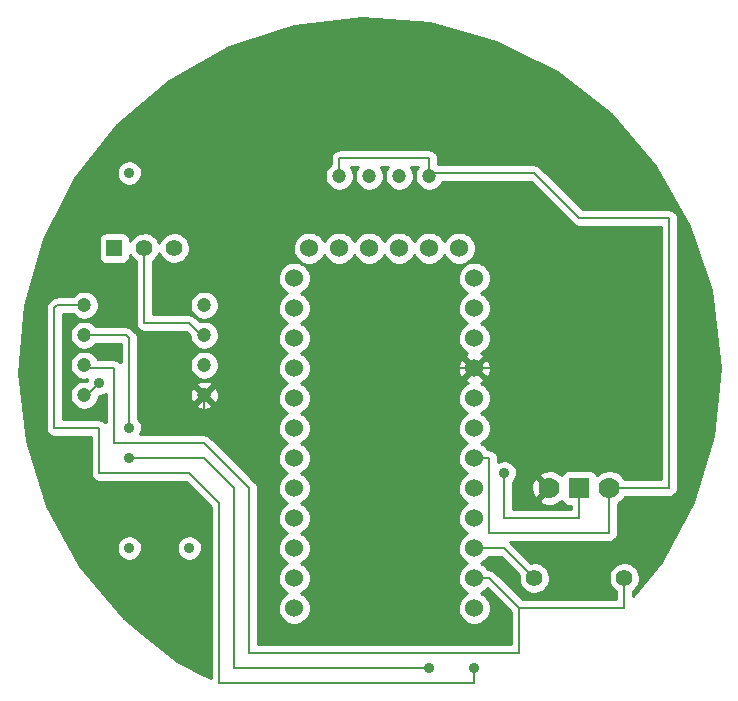
<source format=gtl>
G04 (created by PCBNEW-RS274X (2012-apr-16-27)-stable) date Tue 24 Jun 2014 04:12:54 AM EDT*
G01*
G70*
G90*
%MOIN*%
G04 Gerber Fmt 3.4, Leading zero omitted, Abs format*
%FSLAX34Y34*%
G04 APERTURE LIST*
%ADD10C,0.006000*%
%ADD11C,0.047200*%
%ADD12C,0.070000*%
%ADD13R,0.070000X0.070000*%
%ADD14C,0.060000*%
%ADD15C,0.055000*%
%ADD16R,0.055000X0.055000*%
%ADD17C,0.035000*%
%ADD18C,0.008000*%
%ADD19C,0.010000*%
G04 APERTURE END LIST*
G54D10*
G54D11*
X53500Y-40400D03*
X53500Y-39400D03*
X53500Y-38400D03*
X53500Y-37400D03*
X49500Y-37400D03*
X49500Y-38400D03*
X49500Y-39400D03*
X49500Y-40400D03*
G54D12*
X65000Y-43500D03*
G54D13*
X66000Y-43500D03*
G54D12*
X67000Y-43500D03*
G54D14*
X56500Y-47500D03*
X62500Y-43500D03*
X62500Y-42500D03*
X56500Y-42500D03*
X56500Y-43500D03*
X62500Y-46500D03*
X62500Y-45500D03*
X62500Y-44500D03*
X56500Y-44500D03*
X56500Y-45500D03*
X56500Y-46500D03*
X62500Y-41500D03*
X62500Y-40500D03*
X62500Y-39500D03*
X56500Y-39500D03*
X56500Y-40500D03*
X56500Y-41500D03*
X62500Y-38500D03*
X62500Y-37500D03*
X62500Y-36500D03*
X57000Y-35500D03*
X58000Y-35500D03*
X59000Y-35500D03*
X60000Y-35500D03*
X61000Y-35500D03*
X62000Y-35500D03*
X56500Y-36500D03*
X56500Y-37500D03*
X56500Y-38500D03*
X62500Y-47500D03*
G54D15*
X64500Y-46500D03*
X67500Y-46500D03*
G54D16*
X50500Y-35500D03*
G54D15*
X51500Y-35500D03*
X52500Y-35500D03*
G54D11*
X58000Y-33100D03*
X59000Y-33100D03*
X60000Y-33100D03*
X61000Y-33100D03*
G54D17*
X67000Y-33000D03*
X51000Y-45500D03*
X51000Y-33000D03*
X50000Y-40000D03*
X51000Y-42500D03*
X61000Y-49500D03*
X51000Y-41500D03*
X63500Y-43000D03*
X62500Y-49500D03*
X53000Y-45500D03*
G54D18*
X55500Y-43500D02*
X53500Y-41500D01*
X55500Y-48500D02*
X55500Y-43500D01*
X65000Y-43500D02*
X64000Y-42500D01*
X64000Y-39500D02*
X62500Y-39500D01*
X64000Y-42500D02*
X64000Y-39500D01*
X61500Y-48500D02*
X55500Y-48500D01*
X61500Y-48500D02*
X61500Y-39500D01*
X61500Y-39500D02*
X62500Y-39500D01*
X53500Y-41500D02*
X53500Y-40400D01*
X49600Y-40400D02*
X50000Y-40000D01*
X53400Y-38400D02*
X53500Y-38400D01*
X53000Y-38000D02*
X53400Y-38400D01*
X51500Y-38000D02*
X53000Y-38000D01*
X49500Y-40400D02*
X49600Y-40400D01*
X51500Y-35500D02*
X51500Y-38000D01*
X50500Y-39500D02*
X49500Y-39500D01*
X67500Y-47500D02*
X64000Y-47500D01*
X63000Y-46500D02*
X62500Y-46500D01*
X64000Y-49000D02*
X55000Y-49000D01*
X55000Y-43500D02*
X53500Y-42000D01*
X64000Y-47500D02*
X64000Y-49000D01*
X64000Y-47500D02*
X63000Y-46500D01*
X49500Y-39500D02*
X49500Y-39400D01*
X67500Y-46500D02*
X67500Y-47500D01*
X55000Y-49000D02*
X55000Y-43500D01*
X50500Y-42000D02*
X50500Y-39500D01*
X53500Y-42000D02*
X50500Y-42000D01*
X49500Y-38400D02*
X50900Y-38400D01*
X51000Y-42500D02*
X53500Y-42500D01*
X50900Y-38400D02*
X51000Y-38500D01*
X51000Y-38500D02*
X51000Y-41500D01*
X54500Y-43500D02*
X54500Y-47000D01*
X53500Y-42500D02*
X54500Y-43500D01*
X54500Y-49500D02*
X61000Y-49500D01*
X54500Y-47000D02*
X54500Y-49500D01*
X66000Y-43500D02*
X66000Y-44500D01*
X66000Y-44500D02*
X63500Y-44500D01*
X63500Y-44500D02*
X63500Y-43000D01*
X66000Y-34500D02*
X64500Y-33000D01*
X58000Y-32500D02*
X58000Y-33100D01*
X69000Y-43500D02*
X69000Y-34500D01*
X63000Y-45000D02*
X63000Y-42500D01*
X61100Y-33000D02*
X61000Y-33100D01*
X67000Y-43500D02*
X69000Y-43500D01*
X63000Y-42500D02*
X62500Y-42500D01*
X67000Y-43500D02*
X67000Y-45000D01*
X61000Y-33100D02*
X61000Y-32500D01*
X67000Y-45000D02*
X63000Y-45000D01*
X64500Y-33000D02*
X61100Y-33000D01*
X61000Y-32500D02*
X58000Y-32500D01*
X69000Y-34500D02*
X66000Y-34500D01*
X63500Y-45500D02*
X64500Y-46500D01*
X62500Y-45500D02*
X63500Y-45500D01*
X54000Y-44000D02*
X54000Y-50000D01*
X50000Y-41500D02*
X50000Y-43000D01*
X62500Y-50000D02*
X62500Y-49500D01*
X48600Y-37400D02*
X48500Y-37500D01*
X54000Y-50000D02*
X62500Y-50000D01*
X53000Y-43000D02*
X54000Y-44000D01*
X48500Y-37500D02*
X48500Y-41500D01*
X49500Y-37400D02*
X48600Y-37400D01*
X50000Y-43000D02*
X53000Y-43000D01*
X48500Y-41500D02*
X50000Y-41500D01*
G54D10*
G36*
X70674Y-39481D02*
X70451Y-41767D01*
X69792Y-43949D01*
X68721Y-45961D01*
X67790Y-47104D01*
X67790Y-46936D01*
X67824Y-46915D01*
X67898Y-46844D01*
X67958Y-46760D01*
X67999Y-46667D01*
X68022Y-46566D01*
X68024Y-46449D01*
X68004Y-46348D01*
X67965Y-46253D01*
X67908Y-46168D01*
X67836Y-46095D01*
X67751Y-46037D01*
X67656Y-45997D01*
X67555Y-45976D01*
X67453Y-45976D01*
X67352Y-45995D01*
X67256Y-46033D01*
X67170Y-46089D01*
X67097Y-46161D01*
X67039Y-46246D01*
X66998Y-46340D01*
X66977Y-46441D01*
X66975Y-46544D01*
X66994Y-46645D01*
X67032Y-46740D01*
X67087Y-46827D01*
X67158Y-46901D01*
X67210Y-46936D01*
X67210Y-47210D01*
X64120Y-47210D01*
X63207Y-46297D01*
X63205Y-46295D01*
X63197Y-46288D01*
X63164Y-46261D01*
X63114Y-46233D01*
X63111Y-46232D01*
X63106Y-46230D01*
X63060Y-46216D01*
X63004Y-46210D01*
X63001Y-46210D01*
X63000Y-46210D01*
X62966Y-46210D01*
X62927Y-46151D01*
X62852Y-46075D01*
X62762Y-46015D01*
X62727Y-46000D01*
X62749Y-45992D01*
X62840Y-45935D01*
X62918Y-45860D01*
X62967Y-45790D01*
X63380Y-45790D01*
X63986Y-46396D01*
X63977Y-46441D01*
X63975Y-46544D01*
X63994Y-46645D01*
X64032Y-46740D01*
X64087Y-46827D01*
X64158Y-46901D01*
X64243Y-46959D01*
X64337Y-47001D01*
X64437Y-47023D01*
X64540Y-47025D01*
X64641Y-47007D01*
X64737Y-46970D01*
X64824Y-46915D01*
X64898Y-46844D01*
X64958Y-46760D01*
X64999Y-46667D01*
X65022Y-46566D01*
X65024Y-46449D01*
X65004Y-46348D01*
X64965Y-46253D01*
X64908Y-46168D01*
X64836Y-46095D01*
X64751Y-46037D01*
X64656Y-45997D01*
X64555Y-45976D01*
X64453Y-45976D01*
X64396Y-45986D01*
X63707Y-45297D01*
X63705Y-45295D01*
X63698Y-45290D01*
X66998Y-45290D01*
X67000Y-45290D01*
X67010Y-45288D01*
X67054Y-45285D01*
X67056Y-45284D01*
X67109Y-45269D01*
X67110Y-45268D01*
X67111Y-45268D01*
X67114Y-45266D01*
X67159Y-45243D01*
X67160Y-45242D01*
X67203Y-45207D01*
X67203Y-45206D01*
X67204Y-45206D01*
X67211Y-45197D01*
X67239Y-45164D01*
X67240Y-45162D01*
X67267Y-45114D01*
X67267Y-45112D01*
X67284Y-45060D01*
X67284Y-45058D01*
X67290Y-45004D01*
X67290Y-45002D01*
X67290Y-45000D01*
X67290Y-44025D01*
X67371Y-43974D01*
X67456Y-43893D01*
X67523Y-43797D01*
X67526Y-43790D01*
X68998Y-43790D01*
X69000Y-43790D01*
X69010Y-43788D01*
X69054Y-43785D01*
X69056Y-43784D01*
X69109Y-43769D01*
X69110Y-43768D01*
X69111Y-43768D01*
X69114Y-43766D01*
X69159Y-43743D01*
X69160Y-43742D01*
X69203Y-43707D01*
X69203Y-43706D01*
X69204Y-43706D01*
X69211Y-43697D01*
X69239Y-43664D01*
X69240Y-43662D01*
X69267Y-43614D01*
X69267Y-43612D01*
X69284Y-43560D01*
X69284Y-43558D01*
X69290Y-43504D01*
X69290Y-43502D01*
X69290Y-43500D01*
X69290Y-34502D01*
X69290Y-34500D01*
X69288Y-34490D01*
X69285Y-34446D01*
X69284Y-34444D01*
X69269Y-34391D01*
X69268Y-34389D01*
X69266Y-34385D01*
X69243Y-34341D01*
X69242Y-34340D01*
X69207Y-34297D01*
X69206Y-34296D01*
X69197Y-34289D01*
X69164Y-34261D01*
X69162Y-34260D01*
X69114Y-34233D01*
X69060Y-34216D01*
X69004Y-34210D01*
X69002Y-34210D01*
X69000Y-34210D01*
X66120Y-34210D01*
X64707Y-32797D01*
X64705Y-32795D01*
X64697Y-32788D01*
X64664Y-32761D01*
X64614Y-32733D01*
X64611Y-32732D01*
X64606Y-32730D01*
X64560Y-32716D01*
X64504Y-32710D01*
X64501Y-32710D01*
X64500Y-32710D01*
X61291Y-32710D01*
X61290Y-32708D01*
X61290Y-32502D01*
X61290Y-32500D01*
X61288Y-32490D01*
X61285Y-32446D01*
X61284Y-32444D01*
X61269Y-32391D01*
X61268Y-32389D01*
X61266Y-32385D01*
X61243Y-32341D01*
X61242Y-32340D01*
X61207Y-32297D01*
X61206Y-32296D01*
X61197Y-32289D01*
X61164Y-32261D01*
X61162Y-32260D01*
X61114Y-32233D01*
X61060Y-32216D01*
X61004Y-32210D01*
X61002Y-32210D01*
X61000Y-32210D01*
X58002Y-32210D01*
X58000Y-32210D01*
X57990Y-32211D01*
X57946Y-32215D01*
X57891Y-32231D01*
X57889Y-32231D01*
X57889Y-32232D01*
X57885Y-32234D01*
X57841Y-32257D01*
X57797Y-32293D01*
X57796Y-32293D01*
X57796Y-32294D01*
X57789Y-32302D01*
X57761Y-32336D01*
X57733Y-32386D01*
X57716Y-32440D01*
X57710Y-32496D01*
X57710Y-32498D01*
X57710Y-32500D01*
X57710Y-32709D01*
X57694Y-32720D01*
X57626Y-32786D01*
X57572Y-32865D01*
X57534Y-32953D01*
X57515Y-33046D01*
X57513Y-33141D01*
X57531Y-33235D01*
X57566Y-33324D01*
X57617Y-33404D01*
X57684Y-33472D01*
X57762Y-33526D01*
X57849Y-33565D01*
X57943Y-33585D01*
X58038Y-33587D01*
X58132Y-33570D01*
X58221Y-33536D01*
X58301Y-33485D01*
X58370Y-33419D01*
X58425Y-33341D01*
X58464Y-33254D01*
X58485Y-33161D01*
X58486Y-33052D01*
X58467Y-32959D01*
X58431Y-32870D01*
X58378Y-32791D01*
X58377Y-32790D01*
X58623Y-32790D01*
X58572Y-32865D01*
X58534Y-32953D01*
X58515Y-33046D01*
X58513Y-33141D01*
X58531Y-33235D01*
X58566Y-33324D01*
X58617Y-33404D01*
X58684Y-33472D01*
X58762Y-33526D01*
X58849Y-33565D01*
X58943Y-33585D01*
X59038Y-33587D01*
X59132Y-33570D01*
X59221Y-33536D01*
X59301Y-33485D01*
X59370Y-33419D01*
X59425Y-33341D01*
X59464Y-33254D01*
X59485Y-33161D01*
X59486Y-33052D01*
X59467Y-32959D01*
X59431Y-32870D01*
X59378Y-32791D01*
X59377Y-32790D01*
X59623Y-32790D01*
X59572Y-32865D01*
X59534Y-32953D01*
X59515Y-33046D01*
X59513Y-33141D01*
X59531Y-33235D01*
X59566Y-33324D01*
X59617Y-33404D01*
X59684Y-33472D01*
X59762Y-33526D01*
X59849Y-33565D01*
X59943Y-33585D01*
X60038Y-33587D01*
X60132Y-33570D01*
X60221Y-33536D01*
X60301Y-33485D01*
X60370Y-33419D01*
X60425Y-33341D01*
X60464Y-33254D01*
X60485Y-33161D01*
X60486Y-33052D01*
X60467Y-32959D01*
X60431Y-32870D01*
X60378Y-32791D01*
X60377Y-32790D01*
X60623Y-32790D01*
X60572Y-32865D01*
X60534Y-32953D01*
X60515Y-33046D01*
X60513Y-33141D01*
X60531Y-33235D01*
X60566Y-33324D01*
X60617Y-33404D01*
X60684Y-33472D01*
X60762Y-33526D01*
X60849Y-33565D01*
X60943Y-33585D01*
X61038Y-33587D01*
X61132Y-33570D01*
X61221Y-33536D01*
X61301Y-33485D01*
X61370Y-33419D01*
X61425Y-33341D01*
X61447Y-33290D01*
X64380Y-33290D01*
X65793Y-34703D01*
X65795Y-34705D01*
X65802Y-34711D01*
X65836Y-34739D01*
X65839Y-34740D01*
X65886Y-34767D01*
X65888Y-34767D01*
X65889Y-34768D01*
X65893Y-34769D01*
X65940Y-34784D01*
X65942Y-34784D01*
X65996Y-34790D01*
X65998Y-34790D01*
X66000Y-34790D01*
X68710Y-34790D01*
X68710Y-43210D01*
X67526Y-43210D01*
X67466Y-43119D01*
X67383Y-43036D01*
X67286Y-42970D01*
X67178Y-42925D01*
X67063Y-42901D01*
X66945Y-42901D01*
X66830Y-42923D01*
X66721Y-42967D01*
X66623Y-43031D01*
X66586Y-43066D01*
X66572Y-43033D01*
X66545Y-42992D01*
X66510Y-42957D01*
X66470Y-42929D01*
X66425Y-42910D01*
X66377Y-42900D01*
X66328Y-42900D01*
X65626Y-42900D01*
X65578Y-42909D01*
X65533Y-42928D01*
X65492Y-42955D01*
X65457Y-42990D01*
X65429Y-43030D01*
X65414Y-43063D01*
X65355Y-43004D01*
X65325Y-43033D01*
X65310Y-42987D01*
X65205Y-42937D01*
X65092Y-42907D01*
X64975Y-42901D01*
X64860Y-42917D01*
X64750Y-42956D01*
X64690Y-42987D01*
X64657Y-43086D01*
X64965Y-43394D01*
X65000Y-43429D01*
X65071Y-43500D01*
X65000Y-43571D01*
X64965Y-43606D01*
X64929Y-43642D01*
X64929Y-43500D01*
X64586Y-43157D01*
X64487Y-43190D01*
X64437Y-43295D01*
X64407Y-43408D01*
X64401Y-43525D01*
X64417Y-43640D01*
X64456Y-43750D01*
X64487Y-43810D01*
X64586Y-43843D01*
X64929Y-43500D01*
X64929Y-43642D01*
X64657Y-43914D01*
X64690Y-44013D01*
X64795Y-44063D01*
X64908Y-44093D01*
X65025Y-44099D01*
X65140Y-44083D01*
X65250Y-44044D01*
X65310Y-44013D01*
X65325Y-43966D01*
X65343Y-43984D01*
X65355Y-43996D01*
X65414Y-43936D01*
X65428Y-43967D01*
X65455Y-44008D01*
X65490Y-44043D01*
X65530Y-44071D01*
X65575Y-44090D01*
X65623Y-44100D01*
X65672Y-44100D01*
X65710Y-44100D01*
X65710Y-44210D01*
X65343Y-44210D01*
X63790Y-44210D01*
X63790Y-43310D01*
X63824Y-43279D01*
X63871Y-43211D01*
X63905Y-43134D01*
X63924Y-43053D01*
X63925Y-42958D01*
X63909Y-42876D01*
X63877Y-42799D01*
X63831Y-42730D01*
X63772Y-42671D01*
X63703Y-42624D01*
X63626Y-42592D01*
X63544Y-42575D01*
X63461Y-42575D01*
X63379Y-42590D01*
X63302Y-42622D01*
X63290Y-42629D01*
X63290Y-42502D01*
X63290Y-42500D01*
X63288Y-42490D01*
X63285Y-42446D01*
X63284Y-42444D01*
X63269Y-42391D01*
X63268Y-42389D01*
X63266Y-42385D01*
X63243Y-42341D01*
X63242Y-42340D01*
X63207Y-42297D01*
X63206Y-42296D01*
X63197Y-42289D01*
X63164Y-42261D01*
X63162Y-42260D01*
X63114Y-42233D01*
X63060Y-42216D01*
X63004Y-42210D01*
X63002Y-42210D01*
X63000Y-42210D01*
X62966Y-42210D01*
X62927Y-42151D01*
X62852Y-42075D01*
X62762Y-42015D01*
X62727Y-42000D01*
X62749Y-41992D01*
X62840Y-41935D01*
X62918Y-41860D01*
X62980Y-41772D01*
X63024Y-41674D01*
X63047Y-41569D01*
X63049Y-41446D01*
X63028Y-41340D01*
X62987Y-41241D01*
X62927Y-41151D01*
X62852Y-41075D01*
X62762Y-41015D01*
X62727Y-41000D01*
X62749Y-40992D01*
X62840Y-40935D01*
X62918Y-40860D01*
X62980Y-40772D01*
X63024Y-40674D01*
X63047Y-40569D01*
X63049Y-40446D01*
X63049Y-39473D01*
X63049Y-38446D01*
X63028Y-38340D01*
X62987Y-38241D01*
X62927Y-38151D01*
X62852Y-38075D01*
X62762Y-38015D01*
X62727Y-38000D01*
X62749Y-37992D01*
X62840Y-37935D01*
X62918Y-37860D01*
X62980Y-37772D01*
X63024Y-37674D01*
X63047Y-37569D01*
X63049Y-37446D01*
X63028Y-37340D01*
X62987Y-37241D01*
X62927Y-37151D01*
X62852Y-37075D01*
X62762Y-37015D01*
X62727Y-37000D01*
X62749Y-36992D01*
X62840Y-36935D01*
X62918Y-36860D01*
X62980Y-36772D01*
X63024Y-36674D01*
X63047Y-36569D01*
X63049Y-36446D01*
X63028Y-36340D01*
X62987Y-36241D01*
X62927Y-36151D01*
X62852Y-36075D01*
X62762Y-36015D01*
X62663Y-35973D01*
X62557Y-35951D01*
X62549Y-35951D01*
X62549Y-35446D01*
X62528Y-35340D01*
X62487Y-35241D01*
X62427Y-35151D01*
X62352Y-35075D01*
X62262Y-35015D01*
X62163Y-34973D01*
X62057Y-34951D01*
X61950Y-34951D01*
X61844Y-34971D01*
X61744Y-35011D01*
X61654Y-35070D01*
X61577Y-35146D01*
X61517Y-35234D01*
X61500Y-35272D01*
X61487Y-35241D01*
X61427Y-35151D01*
X61352Y-35075D01*
X61262Y-35015D01*
X61163Y-34973D01*
X61057Y-34951D01*
X60950Y-34951D01*
X60844Y-34971D01*
X60744Y-35011D01*
X60654Y-35070D01*
X60577Y-35146D01*
X60517Y-35234D01*
X60500Y-35272D01*
X60487Y-35241D01*
X60427Y-35151D01*
X60352Y-35075D01*
X60262Y-35015D01*
X60163Y-34973D01*
X60057Y-34951D01*
X59950Y-34951D01*
X59844Y-34971D01*
X59744Y-35011D01*
X59654Y-35070D01*
X59577Y-35146D01*
X59517Y-35234D01*
X59500Y-35272D01*
X59487Y-35241D01*
X59427Y-35151D01*
X59352Y-35075D01*
X59262Y-35015D01*
X59163Y-34973D01*
X59057Y-34951D01*
X58950Y-34951D01*
X58844Y-34971D01*
X58744Y-35011D01*
X58654Y-35070D01*
X58577Y-35146D01*
X58517Y-35234D01*
X58500Y-35272D01*
X58487Y-35241D01*
X58427Y-35151D01*
X58352Y-35075D01*
X58262Y-35015D01*
X58163Y-34973D01*
X58057Y-34951D01*
X57950Y-34951D01*
X57844Y-34971D01*
X57744Y-35011D01*
X57654Y-35070D01*
X57577Y-35146D01*
X57517Y-35234D01*
X57500Y-35272D01*
X57487Y-35241D01*
X57427Y-35151D01*
X57352Y-35075D01*
X57262Y-35015D01*
X57163Y-34973D01*
X57057Y-34951D01*
X56950Y-34951D01*
X56844Y-34971D01*
X56744Y-35011D01*
X56654Y-35070D01*
X56577Y-35146D01*
X56517Y-35234D01*
X56474Y-35333D01*
X56452Y-35439D01*
X56450Y-35546D01*
X56470Y-35652D01*
X56509Y-35752D01*
X56568Y-35843D01*
X56643Y-35920D01*
X56731Y-35982D01*
X56830Y-36025D01*
X56935Y-36048D01*
X57042Y-36050D01*
X57149Y-36031D01*
X57249Y-35992D01*
X57340Y-35935D01*
X57418Y-35860D01*
X57480Y-35772D01*
X57499Y-35728D01*
X57509Y-35752D01*
X57568Y-35843D01*
X57643Y-35920D01*
X57731Y-35982D01*
X57830Y-36025D01*
X57935Y-36048D01*
X58042Y-36050D01*
X58149Y-36031D01*
X58249Y-35992D01*
X58340Y-35935D01*
X58418Y-35860D01*
X58480Y-35772D01*
X58499Y-35728D01*
X58509Y-35752D01*
X58568Y-35843D01*
X58643Y-35920D01*
X58731Y-35982D01*
X58830Y-36025D01*
X58935Y-36048D01*
X59042Y-36050D01*
X59149Y-36031D01*
X59249Y-35992D01*
X59340Y-35935D01*
X59418Y-35860D01*
X59480Y-35772D01*
X59499Y-35728D01*
X59509Y-35752D01*
X59568Y-35843D01*
X59643Y-35920D01*
X59731Y-35982D01*
X59830Y-36025D01*
X59935Y-36048D01*
X60042Y-36050D01*
X60149Y-36031D01*
X60249Y-35992D01*
X60340Y-35935D01*
X60418Y-35860D01*
X60480Y-35772D01*
X60499Y-35728D01*
X60509Y-35752D01*
X60568Y-35843D01*
X60643Y-35920D01*
X60731Y-35982D01*
X60830Y-36025D01*
X60935Y-36048D01*
X61042Y-36050D01*
X61149Y-36031D01*
X61249Y-35992D01*
X61340Y-35935D01*
X61418Y-35860D01*
X61480Y-35772D01*
X61499Y-35728D01*
X61509Y-35752D01*
X61568Y-35843D01*
X61643Y-35920D01*
X61731Y-35982D01*
X61830Y-36025D01*
X61935Y-36048D01*
X62042Y-36050D01*
X62149Y-36031D01*
X62249Y-35992D01*
X62340Y-35935D01*
X62418Y-35860D01*
X62480Y-35772D01*
X62524Y-35674D01*
X62547Y-35569D01*
X62549Y-35446D01*
X62549Y-35951D01*
X62450Y-35951D01*
X62344Y-35971D01*
X62244Y-36011D01*
X62154Y-36070D01*
X62077Y-36146D01*
X62017Y-36234D01*
X61974Y-36333D01*
X61952Y-36439D01*
X61950Y-36546D01*
X61970Y-36652D01*
X62009Y-36752D01*
X62068Y-36843D01*
X62143Y-36920D01*
X62231Y-36982D01*
X62271Y-36999D01*
X62244Y-37011D01*
X62154Y-37070D01*
X62077Y-37146D01*
X62017Y-37234D01*
X61974Y-37333D01*
X61952Y-37439D01*
X61950Y-37546D01*
X61970Y-37652D01*
X62009Y-37752D01*
X62068Y-37843D01*
X62143Y-37920D01*
X62231Y-37982D01*
X62271Y-37999D01*
X62244Y-38011D01*
X62154Y-38070D01*
X62077Y-38146D01*
X62017Y-38234D01*
X61974Y-38333D01*
X61952Y-38439D01*
X61950Y-38546D01*
X61970Y-38652D01*
X62009Y-38752D01*
X62068Y-38843D01*
X62143Y-38920D01*
X62231Y-38982D01*
X62273Y-39000D01*
X62266Y-39003D01*
X62219Y-39028D01*
X62192Y-39122D01*
X62500Y-39429D01*
X62808Y-39122D01*
X62781Y-39028D01*
X62724Y-39001D01*
X62749Y-38992D01*
X62840Y-38935D01*
X62918Y-38860D01*
X62980Y-38772D01*
X63024Y-38674D01*
X63047Y-38569D01*
X63049Y-38446D01*
X63049Y-39473D01*
X63033Y-39367D01*
X62997Y-39266D01*
X62972Y-39219D01*
X62878Y-39192D01*
X62571Y-39500D01*
X62878Y-39808D01*
X62972Y-39781D01*
X63018Y-39684D01*
X63044Y-39580D01*
X63049Y-39473D01*
X63049Y-40446D01*
X63028Y-40340D01*
X62987Y-40241D01*
X62927Y-40151D01*
X62852Y-40075D01*
X62762Y-40015D01*
X62726Y-39999D01*
X62734Y-39997D01*
X62781Y-39972D01*
X62808Y-39878D01*
X62500Y-39571D01*
X62429Y-39641D01*
X62429Y-39500D01*
X62122Y-39192D01*
X62028Y-39219D01*
X61982Y-39316D01*
X61956Y-39420D01*
X61951Y-39527D01*
X61967Y-39633D01*
X62003Y-39734D01*
X62028Y-39781D01*
X62122Y-39808D01*
X62429Y-39500D01*
X62429Y-39641D01*
X62192Y-39878D01*
X62219Y-39972D01*
X62275Y-39998D01*
X62244Y-40011D01*
X62154Y-40070D01*
X62077Y-40146D01*
X62017Y-40234D01*
X61974Y-40333D01*
X61952Y-40439D01*
X61950Y-40546D01*
X61970Y-40652D01*
X62009Y-40752D01*
X62068Y-40843D01*
X62143Y-40920D01*
X62231Y-40982D01*
X62271Y-40999D01*
X62244Y-41011D01*
X62154Y-41070D01*
X62077Y-41146D01*
X62017Y-41234D01*
X61974Y-41333D01*
X61952Y-41439D01*
X61950Y-41546D01*
X61970Y-41652D01*
X62009Y-41752D01*
X62068Y-41843D01*
X62143Y-41920D01*
X62231Y-41982D01*
X62271Y-41999D01*
X62244Y-42011D01*
X62154Y-42070D01*
X62077Y-42146D01*
X62017Y-42234D01*
X61974Y-42333D01*
X61952Y-42439D01*
X61950Y-42546D01*
X61970Y-42652D01*
X62009Y-42752D01*
X62068Y-42843D01*
X62143Y-42920D01*
X62231Y-42982D01*
X62271Y-42999D01*
X62244Y-43011D01*
X62154Y-43070D01*
X62077Y-43146D01*
X62017Y-43234D01*
X61974Y-43333D01*
X61952Y-43439D01*
X61950Y-43546D01*
X61970Y-43652D01*
X62009Y-43752D01*
X62068Y-43843D01*
X62143Y-43920D01*
X62231Y-43982D01*
X62271Y-43999D01*
X62244Y-44011D01*
X62154Y-44070D01*
X62077Y-44146D01*
X62017Y-44234D01*
X61974Y-44333D01*
X61952Y-44439D01*
X61950Y-44546D01*
X61970Y-44652D01*
X62009Y-44752D01*
X62068Y-44843D01*
X62143Y-44920D01*
X62231Y-44982D01*
X62271Y-44999D01*
X62244Y-45011D01*
X62154Y-45070D01*
X62077Y-45146D01*
X62017Y-45234D01*
X61974Y-45333D01*
X61952Y-45439D01*
X61950Y-45546D01*
X61970Y-45652D01*
X62009Y-45752D01*
X62068Y-45843D01*
X62143Y-45920D01*
X62231Y-45982D01*
X62271Y-45999D01*
X62244Y-46011D01*
X62154Y-46070D01*
X62077Y-46146D01*
X62017Y-46234D01*
X61974Y-46333D01*
X61952Y-46439D01*
X61950Y-46546D01*
X61970Y-46652D01*
X62009Y-46752D01*
X62068Y-46843D01*
X62143Y-46920D01*
X62231Y-46982D01*
X62271Y-46999D01*
X62244Y-47011D01*
X62154Y-47070D01*
X62077Y-47146D01*
X62017Y-47234D01*
X61974Y-47333D01*
X61952Y-47439D01*
X61950Y-47546D01*
X61970Y-47652D01*
X62009Y-47752D01*
X62068Y-47843D01*
X62143Y-47920D01*
X62231Y-47982D01*
X62330Y-48025D01*
X62435Y-48048D01*
X62542Y-48050D01*
X62649Y-48031D01*
X62749Y-47992D01*
X62840Y-47935D01*
X62918Y-47860D01*
X62980Y-47772D01*
X63024Y-47674D01*
X63047Y-47569D01*
X63049Y-47446D01*
X63028Y-47340D01*
X62987Y-47241D01*
X62927Y-47151D01*
X62852Y-47075D01*
X62762Y-47015D01*
X62727Y-47000D01*
X62749Y-46992D01*
X62840Y-46935D01*
X62918Y-46860D01*
X62931Y-46841D01*
X63710Y-47620D01*
X63710Y-48710D01*
X57049Y-48710D01*
X57049Y-47446D01*
X57028Y-47340D01*
X56987Y-47241D01*
X56927Y-47151D01*
X56852Y-47075D01*
X56762Y-47015D01*
X56727Y-47000D01*
X56749Y-46992D01*
X56840Y-46935D01*
X56918Y-46860D01*
X56980Y-46772D01*
X57024Y-46674D01*
X57047Y-46569D01*
X57049Y-46446D01*
X57028Y-46340D01*
X56987Y-46241D01*
X56927Y-46151D01*
X56852Y-46075D01*
X56762Y-46015D01*
X56727Y-46000D01*
X56749Y-45992D01*
X56840Y-45935D01*
X56918Y-45860D01*
X56980Y-45772D01*
X57024Y-45674D01*
X57047Y-45569D01*
X57049Y-45446D01*
X57028Y-45340D01*
X56987Y-45241D01*
X56927Y-45151D01*
X56852Y-45075D01*
X56762Y-45015D01*
X56727Y-45000D01*
X56749Y-44992D01*
X56840Y-44935D01*
X56918Y-44860D01*
X56980Y-44772D01*
X57024Y-44674D01*
X57047Y-44569D01*
X57049Y-44446D01*
X57028Y-44340D01*
X56987Y-44241D01*
X56927Y-44151D01*
X56852Y-44075D01*
X56762Y-44015D01*
X56727Y-44000D01*
X56749Y-43992D01*
X56840Y-43935D01*
X56918Y-43860D01*
X56980Y-43772D01*
X57024Y-43674D01*
X57047Y-43569D01*
X57049Y-43446D01*
X57028Y-43340D01*
X56987Y-43241D01*
X56927Y-43151D01*
X56852Y-43075D01*
X56762Y-43015D01*
X56727Y-43000D01*
X56749Y-42992D01*
X56840Y-42935D01*
X56918Y-42860D01*
X56980Y-42772D01*
X57024Y-42674D01*
X57047Y-42569D01*
X57049Y-42446D01*
X57028Y-42340D01*
X56987Y-42241D01*
X56927Y-42151D01*
X56852Y-42075D01*
X56762Y-42015D01*
X56727Y-42000D01*
X56749Y-41992D01*
X56840Y-41935D01*
X56918Y-41860D01*
X56980Y-41772D01*
X57024Y-41674D01*
X57047Y-41569D01*
X57049Y-41446D01*
X57028Y-41340D01*
X56987Y-41241D01*
X56927Y-41151D01*
X56852Y-41075D01*
X56762Y-41015D01*
X56727Y-41000D01*
X56749Y-40992D01*
X56840Y-40935D01*
X56918Y-40860D01*
X56980Y-40772D01*
X57024Y-40674D01*
X57047Y-40569D01*
X57049Y-40446D01*
X57028Y-40340D01*
X56987Y-40241D01*
X56927Y-40151D01*
X56852Y-40075D01*
X56762Y-40015D01*
X56727Y-40000D01*
X56749Y-39992D01*
X56840Y-39935D01*
X56918Y-39860D01*
X56980Y-39772D01*
X57024Y-39674D01*
X57047Y-39569D01*
X57049Y-39446D01*
X57028Y-39340D01*
X56987Y-39241D01*
X56927Y-39151D01*
X56852Y-39075D01*
X56762Y-39015D01*
X56727Y-39000D01*
X56749Y-38992D01*
X56840Y-38935D01*
X56918Y-38860D01*
X56980Y-38772D01*
X57024Y-38674D01*
X57047Y-38569D01*
X57049Y-38446D01*
X57028Y-38340D01*
X56987Y-38241D01*
X56927Y-38151D01*
X56852Y-38075D01*
X56762Y-38015D01*
X56727Y-38000D01*
X56749Y-37992D01*
X56840Y-37935D01*
X56918Y-37860D01*
X56980Y-37772D01*
X57024Y-37674D01*
X57047Y-37569D01*
X57049Y-37446D01*
X57028Y-37340D01*
X56987Y-37241D01*
X56927Y-37151D01*
X56852Y-37075D01*
X56762Y-37015D01*
X56727Y-37000D01*
X56749Y-36992D01*
X56840Y-36935D01*
X56918Y-36860D01*
X56980Y-36772D01*
X57024Y-36674D01*
X57047Y-36569D01*
X57049Y-36446D01*
X57028Y-36340D01*
X56987Y-36241D01*
X56927Y-36151D01*
X56852Y-36075D01*
X56762Y-36015D01*
X56663Y-35973D01*
X56557Y-35951D01*
X56450Y-35951D01*
X56344Y-35971D01*
X56244Y-36011D01*
X56154Y-36070D01*
X56077Y-36146D01*
X56017Y-36234D01*
X55974Y-36333D01*
X55952Y-36439D01*
X55950Y-36546D01*
X55970Y-36652D01*
X56009Y-36752D01*
X56068Y-36843D01*
X56143Y-36920D01*
X56231Y-36982D01*
X56271Y-36999D01*
X56244Y-37011D01*
X56154Y-37070D01*
X56077Y-37146D01*
X56017Y-37234D01*
X55974Y-37333D01*
X55952Y-37439D01*
X55950Y-37546D01*
X55970Y-37652D01*
X56009Y-37752D01*
X56068Y-37843D01*
X56143Y-37920D01*
X56231Y-37982D01*
X56271Y-37999D01*
X56244Y-38011D01*
X56154Y-38070D01*
X56077Y-38146D01*
X56017Y-38234D01*
X55974Y-38333D01*
X55952Y-38439D01*
X55950Y-38546D01*
X55970Y-38652D01*
X56009Y-38752D01*
X56068Y-38843D01*
X56143Y-38920D01*
X56231Y-38982D01*
X56271Y-38999D01*
X56244Y-39011D01*
X56154Y-39070D01*
X56077Y-39146D01*
X56017Y-39234D01*
X55974Y-39333D01*
X55952Y-39439D01*
X55950Y-39546D01*
X55970Y-39652D01*
X56009Y-39752D01*
X56068Y-39843D01*
X56143Y-39920D01*
X56231Y-39982D01*
X56271Y-39999D01*
X56244Y-40011D01*
X56154Y-40070D01*
X56077Y-40146D01*
X56017Y-40234D01*
X55974Y-40333D01*
X55952Y-40439D01*
X55950Y-40546D01*
X55970Y-40652D01*
X56009Y-40752D01*
X56068Y-40843D01*
X56143Y-40920D01*
X56231Y-40982D01*
X56271Y-40999D01*
X56244Y-41011D01*
X56154Y-41070D01*
X56077Y-41146D01*
X56017Y-41234D01*
X55974Y-41333D01*
X55952Y-41439D01*
X55950Y-41546D01*
X55970Y-41652D01*
X56009Y-41752D01*
X56068Y-41843D01*
X56143Y-41920D01*
X56231Y-41982D01*
X56271Y-41999D01*
X56244Y-42011D01*
X56154Y-42070D01*
X56077Y-42146D01*
X56017Y-42234D01*
X55974Y-42333D01*
X55952Y-42439D01*
X55950Y-42546D01*
X55970Y-42652D01*
X56009Y-42752D01*
X56068Y-42843D01*
X56143Y-42920D01*
X56231Y-42982D01*
X56271Y-42999D01*
X56244Y-43011D01*
X56154Y-43070D01*
X56077Y-43146D01*
X56017Y-43234D01*
X55974Y-43333D01*
X55952Y-43439D01*
X55950Y-43546D01*
X55970Y-43652D01*
X56009Y-43752D01*
X56068Y-43843D01*
X56143Y-43920D01*
X56231Y-43982D01*
X56271Y-43999D01*
X56244Y-44011D01*
X56154Y-44070D01*
X56077Y-44146D01*
X56017Y-44234D01*
X55974Y-44333D01*
X55952Y-44439D01*
X55950Y-44546D01*
X55970Y-44652D01*
X56009Y-44752D01*
X56068Y-44843D01*
X56143Y-44920D01*
X56231Y-44982D01*
X56271Y-44999D01*
X56244Y-45011D01*
X56154Y-45070D01*
X56077Y-45146D01*
X56017Y-45234D01*
X55974Y-45333D01*
X55952Y-45439D01*
X55950Y-45546D01*
X55970Y-45652D01*
X56009Y-45752D01*
X56068Y-45843D01*
X56143Y-45920D01*
X56231Y-45982D01*
X56271Y-45999D01*
X56244Y-46011D01*
X56154Y-46070D01*
X56077Y-46146D01*
X56017Y-46234D01*
X55974Y-46333D01*
X55952Y-46439D01*
X55950Y-46546D01*
X55970Y-46652D01*
X56009Y-46752D01*
X56068Y-46843D01*
X56143Y-46920D01*
X56231Y-46982D01*
X56271Y-46999D01*
X56244Y-47011D01*
X56154Y-47070D01*
X56077Y-47146D01*
X56017Y-47234D01*
X55974Y-47333D01*
X55952Y-47439D01*
X55950Y-47546D01*
X55970Y-47652D01*
X56009Y-47752D01*
X56068Y-47843D01*
X56143Y-47920D01*
X56231Y-47982D01*
X56330Y-48025D01*
X56435Y-48048D01*
X56542Y-48050D01*
X56649Y-48031D01*
X56749Y-47992D01*
X56840Y-47935D01*
X56918Y-47860D01*
X56980Y-47772D01*
X57024Y-47674D01*
X57047Y-47569D01*
X57049Y-47446D01*
X57049Y-48710D01*
X55290Y-48710D01*
X55290Y-43503D01*
X55290Y-43500D01*
X55288Y-43485D01*
X55285Y-43447D01*
X55284Y-43444D01*
X55269Y-43392D01*
X55268Y-43391D01*
X55268Y-43389D01*
X55254Y-43363D01*
X55243Y-43341D01*
X55242Y-43340D01*
X55208Y-43298D01*
X55206Y-43296D01*
X55205Y-43295D01*
X53986Y-42076D01*
X53986Y-39352D01*
X53986Y-38352D01*
X53986Y-37352D01*
X53967Y-37259D01*
X53931Y-37170D01*
X53878Y-37091D01*
X53811Y-37023D01*
X53732Y-36970D01*
X53644Y-36933D01*
X53551Y-36914D01*
X53455Y-36914D01*
X53362Y-36932D01*
X53273Y-36967D01*
X53194Y-37020D01*
X53126Y-37086D01*
X53072Y-37165D01*
X53034Y-37253D01*
X53015Y-37346D01*
X53013Y-37441D01*
X53031Y-37535D01*
X53066Y-37624D01*
X53117Y-37704D01*
X53184Y-37772D01*
X53262Y-37826D01*
X53349Y-37865D01*
X53443Y-37885D01*
X53538Y-37887D01*
X53632Y-37870D01*
X53721Y-37836D01*
X53801Y-37785D01*
X53870Y-37719D01*
X53925Y-37641D01*
X53964Y-37554D01*
X53985Y-37461D01*
X53986Y-37352D01*
X53986Y-38352D01*
X53967Y-38259D01*
X53931Y-38170D01*
X53878Y-38091D01*
X53811Y-38023D01*
X53732Y-37970D01*
X53644Y-37933D01*
X53551Y-37914D01*
X53455Y-37914D01*
X53362Y-37932D01*
X53347Y-37937D01*
X53207Y-37797D01*
X53205Y-37795D01*
X53197Y-37788D01*
X53164Y-37761D01*
X53114Y-37733D01*
X53111Y-37732D01*
X53106Y-37730D01*
X53060Y-37716D01*
X53004Y-37710D01*
X53001Y-37710D01*
X53000Y-37710D01*
X51790Y-37710D01*
X51790Y-35936D01*
X51824Y-35915D01*
X51898Y-35844D01*
X51958Y-35760D01*
X51999Y-35667D01*
X52000Y-35660D01*
X52032Y-35740D01*
X52087Y-35827D01*
X52158Y-35901D01*
X52243Y-35959D01*
X52337Y-36001D01*
X52437Y-36023D01*
X52540Y-36025D01*
X52641Y-36007D01*
X52737Y-35970D01*
X52824Y-35915D01*
X52898Y-35844D01*
X52958Y-35760D01*
X52999Y-35667D01*
X53022Y-35566D01*
X53024Y-35449D01*
X53004Y-35348D01*
X52965Y-35253D01*
X52908Y-35168D01*
X52836Y-35095D01*
X52751Y-35037D01*
X52656Y-34997D01*
X52555Y-34976D01*
X52453Y-34976D01*
X52352Y-34995D01*
X52256Y-35033D01*
X52170Y-35089D01*
X52097Y-35161D01*
X52039Y-35246D01*
X51999Y-35336D01*
X51965Y-35253D01*
X51908Y-35168D01*
X51836Y-35095D01*
X51751Y-35037D01*
X51656Y-34997D01*
X51555Y-34976D01*
X51453Y-34976D01*
X51425Y-34981D01*
X51425Y-32958D01*
X51409Y-32876D01*
X51377Y-32799D01*
X51331Y-32730D01*
X51272Y-32671D01*
X51203Y-32624D01*
X51126Y-32592D01*
X51044Y-32575D01*
X50961Y-32575D01*
X50879Y-32590D01*
X50802Y-32622D01*
X50732Y-32667D01*
X50673Y-32726D01*
X50626Y-32795D01*
X50593Y-32871D01*
X50576Y-32953D01*
X50574Y-33036D01*
X50590Y-33118D01*
X50620Y-33196D01*
X50666Y-33266D01*
X50723Y-33325D01*
X50792Y-33373D01*
X50868Y-33406D01*
X50950Y-33424D01*
X51033Y-33426D01*
X51115Y-33411D01*
X51193Y-33381D01*
X51263Y-33336D01*
X51324Y-33279D01*
X51371Y-33211D01*
X51405Y-33134D01*
X51424Y-33053D01*
X51425Y-32958D01*
X51425Y-34981D01*
X51352Y-34995D01*
X51256Y-35033D01*
X51170Y-35089D01*
X51097Y-35161D01*
X51039Y-35246D01*
X51025Y-35278D01*
X51025Y-35201D01*
X51016Y-35153D01*
X50997Y-35108D01*
X50970Y-35067D01*
X50935Y-35032D01*
X50895Y-35004D01*
X50850Y-34985D01*
X50802Y-34975D01*
X50753Y-34975D01*
X50201Y-34975D01*
X50153Y-34984D01*
X50108Y-35003D01*
X50067Y-35030D01*
X50032Y-35065D01*
X50004Y-35105D01*
X49985Y-35150D01*
X49975Y-35198D01*
X49975Y-35247D01*
X49975Y-35799D01*
X49984Y-35847D01*
X50003Y-35892D01*
X50030Y-35933D01*
X50065Y-35968D01*
X50105Y-35996D01*
X50150Y-36015D01*
X50198Y-36025D01*
X50247Y-36025D01*
X50799Y-36025D01*
X50847Y-36016D01*
X50892Y-35997D01*
X50933Y-35970D01*
X50968Y-35935D01*
X50996Y-35895D01*
X51015Y-35850D01*
X51025Y-35802D01*
X51025Y-35753D01*
X51025Y-35722D01*
X51032Y-35740D01*
X51087Y-35827D01*
X51158Y-35901D01*
X51210Y-35936D01*
X51210Y-37998D01*
X51210Y-38000D01*
X51211Y-38010D01*
X51215Y-38054D01*
X51231Y-38109D01*
X51231Y-38110D01*
X51232Y-38111D01*
X51234Y-38114D01*
X51257Y-38159D01*
X51258Y-38160D01*
X51293Y-38203D01*
X51294Y-38204D01*
X51302Y-38211D01*
X51336Y-38239D01*
X51338Y-38240D01*
X51386Y-38267D01*
X51388Y-38267D01*
X51440Y-38284D01*
X51442Y-38284D01*
X51496Y-38290D01*
X51498Y-38290D01*
X51500Y-38290D01*
X52879Y-38290D01*
X53013Y-38423D01*
X53013Y-38441D01*
X53031Y-38535D01*
X53066Y-38624D01*
X53117Y-38704D01*
X53184Y-38772D01*
X53262Y-38826D01*
X53349Y-38865D01*
X53443Y-38885D01*
X53538Y-38887D01*
X53632Y-38870D01*
X53721Y-38836D01*
X53801Y-38785D01*
X53870Y-38719D01*
X53925Y-38641D01*
X53964Y-38554D01*
X53985Y-38461D01*
X53986Y-38352D01*
X53986Y-39352D01*
X53967Y-39259D01*
X53931Y-39170D01*
X53878Y-39091D01*
X53811Y-39023D01*
X53732Y-38970D01*
X53644Y-38933D01*
X53551Y-38914D01*
X53455Y-38914D01*
X53362Y-38932D01*
X53273Y-38967D01*
X53194Y-39020D01*
X53126Y-39086D01*
X53072Y-39165D01*
X53034Y-39253D01*
X53015Y-39346D01*
X53013Y-39441D01*
X53031Y-39535D01*
X53066Y-39624D01*
X53117Y-39704D01*
X53184Y-39772D01*
X53262Y-39826D01*
X53349Y-39865D01*
X53443Y-39885D01*
X53538Y-39887D01*
X53632Y-39870D01*
X53721Y-39836D01*
X53801Y-39785D01*
X53870Y-39719D01*
X53925Y-39641D01*
X53964Y-39554D01*
X53985Y-39461D01*
X53986Y-39352D01*
X53986Y-42076D01*
X53984Y-42074D01*
X53984Y-40370D01*
X53969Y-40276D01*
X53936Y-40188D01*
X53920Y-40157D01*
X53833Y-40138D01*
X53762Y-40209D01*
X53762Y-40067D01*
X53743Y-39980D01*
X53657Y-39940D01*
X53564Y-39918D01*
X53470Y-39916D01*
X53376Y-39931D01*
X53288Y-39964D01*
X53257Y-39980D01*
X53238Y-40067D01*
X53500Y-40329D01*
X53762Y-40067D01*
X53762Y-40209D01*
X53571Y-40400D01*
X53833Y-40662D01*
X53920Y-40643D01*
X53960Y-40557D01*
X53982Y-40464D01*
X53984Y-40370D01*
X53984Y-42074D01*
X53762Y-41852D01*
X53762Y-40733D01*
X53500Y-40471D01*
X53429Y-40542D01*
X53429Y-40400D01*
X53167Y-40138D01*
X53080Y-40157D01*
X53040Y-40243D01*
X53018Y-40336D01*
X53016Y-40430D01*
X53031Y-40524D01*
X53064Y-40612D01*
X53080Y-40643D01*
X53167Y-40662D01*
X53429Y-40400D01*
X53429Y-40542D01*
X53238Y-40733D01*
X53257Y-40820D01*
X53343Y-40860D01*
X53436Y-40882D01*
X53530Y-40884D01*
X53624Y-40869D01*
X53712Y-40836D01*
X53743Y-40820D01*
X53762Y-40733D01*
X53762Y-41852D01*
X53707Y-41797D01*
X53705Y-41795D01*
X53697Y-41788D01*
X53664Y-41761D01*
X53614Y-41733D01*
X53611Y-41732D01*
X53606Y-41730D01*
X53560Y-41716D01*
X53504Y-41710D01*
X53501Y-41710D01*
X53500Y-41710D01*
X51371Y-41710D01*
X51405Y-41634D01*
X51424Y-41553D01*
X51425Y-41458D01*
X51409Y-41376D01*
X51377Y-41299D01*
X51331Y-41230D01*
X51290Y-41189D01*
X51290Y-38503D01*
X51290Y-38500D01*
X51288Y-38485D01*
X51285Y-38447D01*
X51284Y-38444D01*
X51269Y-38392D01*
X51268Y-38391D01*
X51268Y-38389D01*
X51254Y-38363D01*
X51243Y-38341D01*
X51242Y-38340D01*
X51208Y-38297D01*
X51206Y-38296D01*
X51205Y-38295D01*
X51107Y-38197D01*
X51105Y-38195D01*
X51097Y-38188D01*
X51064Y-38161D01*
X51014Y-38133D01*
X51011Y-38132D01*
X51006Y-38130D01*
X50960Y-38116D01*
X50904Y-38110D01*
X50901Y-38110D01*
X50900Y-38110D01*
X49890Y-38110D01*
X49878Y-38091D01*
X49811Y-38023D01*
X49732Y-37970D01*
X49644Y-37933D01*
X49551Y-37914D01*
X49455Y-37914D01*
X49362Y-37932D01*
X49273Y-37967D01*
X49194Y-38020D01*
X49126Y-38086D01*
X49072Y-38165D01*
X49034Y-38253D01*
X49015Y-38346D01*
X49013Y-38441D01*
X49031Y-38535D01*
X49066Y-38624D01*
X49117Y-38704D01*
X49184Y-38772D01*
X49262Y-38826D01*
X49349Y-38865D01*
X49443Y-38885D01*
X49538Y-38887D01*
X49632Y-38870D01*
X49721Y-38836D01*
X49801Y-38785D01*
X49870Y-38719D01*
X49890Y-38690D01*
X50710Y-38690D01*
X50710Y-39300D01*
X50707Y-39297D01*
X50706Y-39296D01*
X50697Y-39289D01*
X50664Y-39261D01*
X50662Y-39260D01*
X50614Y-39233D01*
X50560Y-39216D01*
X50504Y-39210D01*
X50502Y-39210D01*
X50500Y-39210D01*
X49947Y-39210D01*
X49931Y-39170D01*
X49878Y-39091D01*
X49811Y-39023D01*
X49732Y-38970D01*
X49644Y-38933D01*
X49551Y-38914D01*
X49455Y-38914D01*
X49362Y-38932D01*
X49273Y-38967D01*
X49194Y-39020D01*
X49126Y-39086D01*
X49072Y-39165D01*
X49034Y-39253D01*
X49015Y-39346D01*
X49013Y-39441D01*
X49031Y-39535D01*
X49066Y-39624D01*
X49117Y-39704D01*
X49184Y-39772D01*
X49262Y-39826D01*
X49349Y-39865D01*
X49443Y-39885D01*
X49538Y-39887D01*
X49591Y-39877D01*
X49582Y-39920D01*
X49551Y-39914D01*
X49455Y-39914D01*
X49362Y-39932D01*
X49273Y-39967D01*
X49194Y-40020D01*
X49126Y-40086D01*
X49072Y-40165D01*
X49034Y-40253D01*
X49015Y-40346D01*
X49013Y-40441D01*
X49031Y-40535D01*
X49066Y-40624D01*
X49117Y-40704D01*
X49184Y-40772D01*
X49262Y-40826D01*
X49349Y-40865D01*
X49443Y-40885D01*
X49538Y-40887D01*
X49632Y-40870D01*
X49721Y-40836D01*
X49801Y-40785D01*
X49870Y-40719D01*
X49925Y-40641D01*
X49964Y-40554D01*
X49985Y-40461D01*
X49985Y-40425D01*
X49985Y-40424D01*
X50033Y-40426D01*
X50115Y-40411D01*
X50193Y-40381D01*
X50210Y-40370D01*
X50210Y-41300D01*
X50207Y-41297D01*
X50206Y-41296D01*
X50197Y-41289D01*
X50164Y-41261D01*
X50162Y-41260D01*
X50114Y-41233D01*
X50060Y-41216D01*
X50004Y-41210D01*
X50002Y-41210D01*
X50000Y-41210D01*
X48790Y-41210D01*
X48790Y-37690D01*
X49108Y-37690D01*
X49117Y-37704D01*
X49184Y-37772D01*
X49262Y-37826D01*
X49349Y-37865D01*
X49443Y-37885D01*
X49538Y-37887D01*
X49632Y-37870D01*
X49721Y-37836D01*
X49801Y-37785D01*
X49870Y-37719D01*
X49925Y-37641D01*
X49964Y-37554D01*
X49985Y-37461D01*
X49986Y-37352D01*
X49967Y-37259D01*
X49931Y-37170D01*
X49878Y-37091D01*
X49811Y-37023D01*
X49732Y-36970D01*
X49644Y-36933D01*
X49551Y-36914D01*
X49455Y-36914D01*
X49362Y-36932D01*
X49273Y-36967D01*
X49194Y-37020D01*
X49126Y-37086D01*
X49109Y-37110D01*
X48603Y-37110D01*
X48600Y-37110D01*
X48585Y-37111D01*
X48547Y-37115D01*
X48492Y-37131D01*
X48491Y-37131D01*
X48489Y-37132D01*
X48463Y-37145D01*
X48441Y-37157D01*
X48397Y-37192D01*
X48395Y-37195D01*
X48297Y-37293D01*
X48295Y-37295D01*
X48288Y-37302D01*
X48261Y-37336D01*
X48233Y-37386D01*
X48232Y-37388D01*
X48232Y-37389D01*
X48230Y-37393D01*
X48216Y-37440D01*
X48210Y-37496D01*
X48210Y-37499D01*
X48210Y-37500D01*
X48210Y-41498D01*
X48210Y-41500D01*
X48211Y-41510D01*
X48215Y-41554D01*
X48231Y-41609D01*
X48231Y-41610D01*
X48232Y-41611D01*
X48234Y-41614D01*
X48257Y-41659D01*
X48258Y-41660D01*
X48293Y-41703D01*
X48294Y-41704D01*
X48302Y-41711D01*
X48336Y-41739D01*
X48338Y-41740D01*
X48386Y-41767D01*
X48388Y-41767D01*
X48440Y-41784D01*
X48442Y-41784D01*
X48496Y-41790D01*
X48498Y-41790D01*
X48500Y-41790D01*
X49710Y-41790D01*
X49710Y-42998D01*
X49710Y-43000D01*
X49711Y-43010D01*
X49715Y-43054D01*
X49731Y-43109D01*
X49731Y-43110D01*
X49732Y-43111D01*
X49734Y-43114D01*
X49757Y-43159D01*
X49758Y-43160D01*
X49793Y-43203D01*
X49794Y-43204D01*
X49802Y-43211D01*
X49836Y-43239D01*
X49838Y-43240D01*
X49886Y-43267D01*
X49888Y-43267D01*
X49940Y-43284D01*
X49942Y-43284D01*
X49996Y-43290D01*
X49998Y-43290D01*
X50000Y-43290D01*
X52880Y-43290D01*
X53710Y-44120D01*
X53710Y-49843D01*
X53425Y-49694D01*
X53425Y-45458D01*
X53409Y-45376D01*
X53377Y-45299D01*
X53331Y-45230D01*
X53272Y-45171D01*
X53203Y-45124D01*
X53126Y-45092D01*
X53044Y-45075D01*
X52961Y-45075D01*
X52879Y-45090D01*
X52802Y-45122D01*
X52732Y-45167D01*
X52673Y-45226D01*
X52626Y-45295D01*
X52593Y-45371D01*
X52576Y-45453D01*
X52574Y-45536D01*
X52590Y-45618D01*
X52620Y-45696D01*
X52666Y-45766D01*
X52723Y-45825D01*
X52792Y-45873D01*
X52868Y-45906D01*
X52950Y-45924D01*
X53033Y-45926D01*
X53115Y-45911D01*
X53193Y-45881D01*
X53263Y-45836D01*
X53324Y-45779D01*
X53371Y-45711D01*
X53405Y-45634D01*
X53424Y-45553D01*
X53425Y-45458D01*
X53425Y-49694D01*
X52604Y-49265D01*
X51425Y-48317D01*
X51425Y-45458D01*
X51409Y-45376D01*
X51377Y-45299D01*
X51331Y-45230D01*
X51272Y-45171D01*
X51203Y-45124D01*
X51126Y-45092D01*
X51044Y-45075D01*
X50961Y-45075D01*
X50879Y-45090D01*
X50802Y-45122D01*
X50732Y-45167D01*
X50673Y-45226D01*
X50626Y-45295D01*
X50593Y-45371D01*
X50576Y-45453D01*
X50574Y-45536D01*
X50590Y-45618D01*
X50620Y-45696D01*
X50666Y-45766D01*
X50723Y-45825D01*
X50792Y-45873D01*
X50868Y-45906D01*
X50950Y-45924D01*
X51033Y-45926D01*
X51115Y-45911D01*
X51193Y-45881D01*
X51263Y-45836D01*
X51324Y-45779D01*
X51371Y-45711D01*
X51405Y-45634D01*
X51424Y-45553D01*
X51425Y-45458D01*
X51425Y-48317D01*
X50835Y-47843D01*
X49366Y-46093D01*
X48270Y-44098D01*
X47581Y-41927D01*
X47327Y-39664D01*
X47518Y-37390D01*
X48145Y-35205D01*
X49187Y-33177D01*
X50601Y-31391D01*
X52335Y-29915D01*
X54323Y-28804D01*
X56495Y-28098D01*
X58752Y-27829D01*
X61033Y-28005D01*
X63220Y-28616D01*
X65256Y-29644D01*
X67047Y-31043D01*
X68538Y-32771D01*
X69665Y-34753D01*
X70383Y-36912D01*
X70670Y-39182D01*
X70674Y-39481D01*
X70674Y-39481D01*
G37*
G54D19*
X70674Y-39481D02*
X70451Y-41767D01*
X69792Y-43949D01*
X68721Y-45961D01*
X67790Y-47104D01*
X67790Y-46936D01*
X67824Y-46915D01*
X67898Y-46844D01*
X67958Y-46760D01*
X67999Y-46667D01*
X68022Y-46566D01*
X68024Y-46449D01*
X68004Y-46348D01*
X67965Y-46253D01*
X67908Y-46168D01*
X67836Y-46095D01*
X67751Y-46037D01*
X67656Y-45997D01*
X67555Y-45976D01*
X67453Y-45976D01*
X67352Y-45995D01*
X67256Y-46033D01*
X67170Y-46089D01*
X67097Y-46161D01*
X67039Y-46246D01*
X66998Y-46340D01*
X66977Y-46441D01*
X66975Y-46544D01*
X66994Y-46645D01*
X67032Y-46740D01*
X67087Y-46827D01*
X67158Y-46901D01*
X67210Y-46936D01*
X67210Y-47210D01*
X64120Y-47210D01*
X63207Y-46297D01*
X63205Y-46295D01*
X63197Y-46288D01*
X63164Y-46261D01*
X63114Y-46233D01*
X63111Y-46232D01*
X63106Y-46230D01*
X63060Y-46216D01*
X63004Y-46210D01*
X63001Y-46210D01*
X63000Y-46210D01*
X62966Y-46210D01*
X62927Y-46151D01*
X62852Y-46075D01*
X62762Y-46015D01*
X62727Y-46000D01*
X62749Y-45992D01*
X62840Y-45935D01*
X62918Y-45860D01*
X62967Y-45790D01*
X63380Y-45790D01*
X63986Y-46396D01*
X63977Y-46441D01*
X63975Y-46544D01*
X63994Y-46645D01*
X64032Y-46740D01*
X64087Y-46827D01*
X64158Y-46901D01*
X64243Y-46959D01*
X64337Y-47001D01*
X64437Y-47023D01*
X64540Y-47025D01*
X64641Y-47007D01*
X64737Y-46970D01*
X64824Y-46915D01*
X64898Y-46844D01*
X64958Y-46760D01*
X64999Y-46667D01*
X65022Y-46566D01*
X65024Y-46449D01*
X65004Y-46348D01*
X64965Y-46253D01*
X64908Y-46168D01*
X64836Y-46095D01*
X64751Y-46037D01*
X64656Y-45997D01*
X64555Y-45976D01*
X64453Y-45976D01*
X64396Y-45986D01*
X63707Y-45297D01*
X63705Y-45295D01*
X63698Y-45290D01*
X66998Y-45290D01*
X67000Y-45290D01*
X67010Y-45288D01*
X67054Y-45285D01*
X67056Y-45284D01*
X67109Y-45269D01*
X67110Y-45268D01*
X67111Y-45268D01*
X67114Y-45266D01*
X67159Y-45243D01*
X67160Y-45242D01*
X67203Y-45207D01*
X67203Y-45206D01*
X67204Y-45206D01*
X67211Y-45197D01*
X67239Y-45164D01*
X67240Y-45162D01*
X67267Y-45114D01*
X67267Y-45112D01*
X67284Y-45060D01*
X67284Y-45058D01*
X67290Y-45004D01*
X67290Y-45002D01*
X67290Y-45000D01*
X67290Y-44025D01*
X67371Y-43974D01*
X67456Y-43893D01*
X67523Y-43797D01*
X67526Y-43790D01*
X68998Y-43790D01*
X69000Y-43790D01*
X69010Y-43788D01*
X69054Y-43785D01*
X69056Y-43784D01*
X69109Y-43769D01*
X69110Y-43768D01*
X69111Y-43768D01*
X69114Y-43766D01*
X69159Y-43743D01*
X69160Y-43742D01*
X69203Y-43707D01*
X69203Y-43706D01*
X69204Y-43706D01*
X69211Y-43697D01*
X69239Y-43664D01*
X69240Y-43662D01*
X69267Y-43614D01*
X69267Y-43612D01*
X69284Y-43560D01*
X69284Y-43558D01*
X69290Y-43504D01*
X69290Y-43502D01*
X69290Y-43500D01*
X69290Y-34502D01*
X69290Y-34500D01*
X69288Y-34490D01*
X69285Y-34446D01*
X69284Y-34444D01*
X69269Y-34391D01*
X69268Y-34389D01*
X69266Y-34385D01*
X69243Y-34341D01*
X69242Y-34340D01*
X69207Y-34297D01*
X69206Y-34296D01*
X69197Y-34289D01*
X69164Y-34261D01*
X69162Y-34260D01*
X69114Y-34233D01*
X69060Y-34216D01*
X69004Y-34210D01*
X69002Y-34210D01*
X69000Y-34210D01*
X66120Y-34210D01*
X64707Y-32797D01*
X64705Y-32795D01*
X64697Y-32788D01*
X64664Y-32761D01*
X64614Y-32733D01*
X64611Y-32732D01*
X64606Y-32730D01*
X64560Y-32716D01*
X64504Y-32710D01*
X64501Y-32710D01*
X64500Y-32710D01*
X61291Y-32710D01*
X61290Y-32708D01*
X61290Y-32502D01*
X61290Y-32500D01*
X61288Y-32490D01*
X61285Y-32446D01*
X61284Y-32444D01*
X61269Y-32391D01*
X61268Y-32389D01*
X61266Y-32385D01*
X61243Y-32341D01*
X61242Y-32340D01*
X61207Y-32297D01*
X61206Y-32296D01*
X61197Y-32289D01*
X61164Y-32261D01*
X61162Y-32260D01*
X61114Y-32233D01*
X61060Y-32216D01*
X61004Y-32210D01*
X61002Y-32210D01*
X61000Y-32210D01*
X58002Y-32210D01*
X58000Y-32210D01*
X57990Y-32211D01*
X57946Y-32215D01*
X57891Y-32231D01*
X57889Y-32231D01*
X57889Y-32232D01*
X57885Y-32234D01*
X57841Y-32257D01*
X57797Y-32293D01*
X57796Y-32293D01*
X57796Y-32294D01*
X57789Y-32302D01*
X57761Y-32336D01*
X57733Y-32386D01*
X57716Y-32440D01*
X57710Y-32496D01*
X57710Y-32498D01*
X57710Y-32500D01*
X57710Y-32709D01*
X57694Y-32720D01*
X57626Y-32786D01*
X57572Y-32865D01*
X57534Y-32953D01*
X57515Y-33046D01*
X57513Y-33141D01*
X57531Y-33235D01*
X57566Y-33324D01*
X57617Y-33404D01*
X57684Y-33472D01*
X57762Y-33526D01*
X57849Y-33565D01*
X57943Y-33585D01*
X58038Y-33587D01*
X58132Y-33570D01*
X58221Y-33536D01*
X58301Y-33485D01*
X58370Y-33419D01*
X58425Y-33341D01*
X58464Y-33254D01*
X58485Y-33161D01*
X58486Y-33052D01*
X58467Y-32959D01*
X58431Y-32870D01*
X58378Y-32791D01*
X58377Y-32790D01*
X58623Y-32790D01*
X58572Y-32865D01*
X58534Y-32953D01*
X58515Y-33046D01*
X58513Y-33141D01*
X58531Y-33235D01*
X58566Y-33324D01*
X58617Y-33404D01*
X58684Y-33472D01*
X58762Y-33526D01*
X58849Y-33565D01*
X58943Y-33585D01*
X59038Y-33587D01*
X59132Y-33570D01*
X59221Y-33536D01*
X59301Y-33485D01*
X59370Y-33419D01*
X59425Y-33341D01*
X59464Y-33254D01*
X59485Y-33161D01*
X59486Y-33052D01*
X59467Y-32959D01*
X59431Y-32870D01*
X59378Y-32791D01*
X59377Y-32790D01*
X59623Y-32790D01*
X59572Y-32865D01*
X59534Y-32953D01*
X59515Y-33046D01*
X59513Y-33141D01*
X59531Y-33235D01*
X59566Y-33324D01*
X59617Y-33404D01*
X59684Y-33472D01*
X59762Y-33526D01*
X59849Y-33565D01*
X59943Y-33585D01*
X60038Y-33587D01*
X60132Y-33570D01*
X60221Y-33536D01*
X60301Y-33485D01*
X60370Y-33419D01*
X60425Y-33341D01*
X60464Y-33254D01*
X60485Y-33161D01*
X60486Y-33052D01*
X60467Y-32959D01*
X60431Y-32870D01*
X60378Y-32791D01*
X60377Y-32790D01*
X60623Y-32790D01*
X60572Y-32865D01*
X60534Y-32953D01*
X60515Y-33046D01*
X60513Y-33141D01*
X60531Y-33235D01*
X60566Y-33324D01*
X60617Y-33404D01*
X60684Y-33472D01*
X60762Y-33526D01*
X60849Y-33565D01*
X60943Y-33585D01*
X61038Y-33587D01*
X61132Y-33570D01*
X61221Y-33536D01*
X61301Y-33485D01*
X61370Y-33419D01*
X61425Y-33341D01*
X61447Y-33290D01*
X64380Y-33290D01*
X65793Y-34703D01*
X65795Y-34705D01*
X65802Y-34711D01*
X65836Y-34739D01*
X65839Y-34740D01*
X65886Y-34767D01*
X65888Y-34767D01*
X65889Y-34768D01*
X65893Y-34769D01*
X65940Y-34784D01*
X65942Y-34784D01*
X65996Y-34790D01*
X65998Y-34790D01*
X66000Y-34790D01*
X68710Y-34790D01*
X68710Y-43210D01*
X67526Y-43210D01*
X67466Y-43119D01*
X67383Y-43036D01*
X67286Y-42970D01*
X67178Y-42925D01*
X67063Y-42901D01*
X66945Y-42901D01*
X66830Y-42923D01*
X66721Y-42967D01*
X66623Y-43031D01*
X66586Y-43066D01*
X66572Y-43033D01*
X66545Y-42992D01*
X66510Y-42957D01*
X66470Y-42929D01*
X66425Y-42910D01*
X66377Y-42900D01*
X66328Y-42900D01*
X65626Y-42900D01*
X65578Y-42909D01*
X65533Y-42928D01*
X65492Y-42955D01*
X65457Y-42990D01*
X65429Y-43030D01*
X65414Y-43063D01*
X65355Y-43004D01*
X65325Y-43033D01*
X65310Y-42987D01*
X65205Y-42937D01*
X65092Y-42907D01*
X64975Y-42901D01*
X64860Y-42917D01*
X64750Y-42956D01*
X64690Y-42987D01*
X64657Y-43086D01*
X64965Y-43394D01*
X65000Y-43429D01*
X65071Y-43500D01*
X65000Y-43571D01*
X64965Y-43606D01*
X64929Y-43642D01*
X64929Y-43500D01*
X64586Y-43157D01*
X64487Y-43190D01*
X64437Y-43295D01*
X64407Y-43408D01*
X64401Y-43525D01*
X64417Y-43640D01*
X64456Y-43750D01*
X64487Y-43810D01*
X64586Y-43843D01*
X64929Y-43500D01*
X64929Y-43642D01*
X64657Y-43914D01*
X64690Y-44013D01*
X64795Y-44063D01*
X64908Y-44093D01*
X65025Y-44099D01*
X65140Y-44083D01*
X65250Y-44044D01*
X65310Y-44013D01*
X65325Y-43966D01*
X65343Y-43984D01*
X65355Y-43996D01*
X65414Y-43936D01*
X65428Y-43967D01*
X65455Y-44008D01*
X65490Y-44043D01*
X65530Y-44071D01*
X65575Y-44090D01*
X65623Y-44100D01*
X65672Y-44100D01*
X65710Y-44100D01*
X65710Y-44210D01*
X65343Y-44210D01*
X63790Y-44210D01*
X63790Y-43310D01*
X63824Y-43279D01*
X63871Y-43211D01*
X63905Y-43134D01*
X63924Y-43053D01*
X63925Y-42958D01*
X63909Y-42876D01*
X63877Y-42799D01*
X63831Y-42730D01*
X63772Y-42671D01*
X63703Y-42624D01*
X63626Y-42592D01*
X63544Y-42575D01*
X63461Y-42575D01*
X63379Y-42590D01*
X63302Y-42622D01*
X63290Y-42629D01*
X63290Y-42502D01*
X63290Y-42500D01*
X63288Y-42490D01*
X63285Y-42446D01*
X63284Y-42444D01*
X63269Y-42391D01*
X63268Y-42389D01*
X63266Y-42385D01*
X63243Y-42341D01*
X63242Y-42340D01*
X63207Y-42297D01*
X63206Y-42296D01*
X63197Y-42289D01*
X63164Y-42261D01*
X63162Y-42260D01*
X63114Y-42233D01*
X63060Y-42216D01*
X63004Y-42210D01*
X63002Y-42210D01*
X63000Y-42210D01*
X62966Y-42210D01*
X62927Y-42151D01*
X62852Y-42075D01*
X62762Y-42015D01*
X62727Y-42000D01*
X62749Y-41992D01*
X62840Y-41935D01*
X62918Y-41860D01*
X62980Y-41772D01*
X63024Y-41674D01*
X63047Y-41569D01*
X63049Y-41446D01*
X63028Y-41340D01*
X62987Y-41241D01*
X62927Y-41151D01*
X62852Y-41075D01*
X62762Y-41015D01*
X62727Y-41000D01*
X62749Y-40992D01*
X62840Y-40935D01*
X62918Y-40860D01*
X62980Y-40772D01*
X63024Y-40674D01*
X63047Y-40569D01*
X63049Y-40446D01*
X63049Y-39473D01*
X63049Y-38446D01*
X63028Y-38340D01*
X62987Y-38241D01*
X62927Y-38151D01*
X62852Y-38075D01*
X62762Y-38015D01*
X62727Y-38000D01*
X62749Y-37992D01*
X62840Y-37935D01*
X62918Y-37860D01*
X62980Y-37772D01*
X63024Y-37674D01*
X63047Y-37569D01*
X63049Y-37446D01*
X63028Y-37340D01*
X62987Y-37241D01*
X62927Y-37151D01*
X62852Y-37075D01*
X62762Y-37015D01*
X62727Y-37000D01*
X62749Y-36992D01*
X62840Y-36935D01*
X62918Y-36860D01*
X62980Y-36772D01*
X63024Y-36674D01*
X63047Y-36569D01*
X63049Y-36446D01*
X63028Y-36340D01*
X62987Y-36241D01*
X62927Y-36151D01*
X62852Y-36075D01*
X62762Y-36015D01*
X62663Y-35973D01*
X62557Y-35951D01*
X62549Y-35951D01*
X62549Y-35446D01*
X62528Y-35340D01*
X62487Y-35241D01*
X62427Y-35151D01*
X62352Y-35075D01*
X62262Y-35015D01*
X62163Y-34973D01*
X62057Y-34951D01*
X61950Y-34951D01*
X61844Y-34971D01*
X61744Y-35011D01*
X61654Y-35070D01*
X61577Y-35146D01*
X61517Y-35234D01*
X61500Y-35272D01*
X61487Y-35241D01*
X61427Y-35151D01*
X61352Y-35075D01*
X61262Y-35015D01*
X61163Y-34973D01*
X61057Y-34951D01*
X60950Y-34951D01*
X60844Y-34971D01*
X60744Y-35011D01*
X60654Y-35070D01*
X60577Y-35146D01*
X60517Y-35234D01*
X60500Y-35272D01*
X60487Y-35241D01*
X60427Y-35151D01*
X60352Y-35075D01*
X60262Y-35015D01*
X60163Y-34973D01*
X60057Y-34951D01*
X59950Y-34951D01*
X59844Y-34971D01*
X59744Y-35011D01*
X59654Y-35070D01*
X59577Y-35146D01*
X59517Y-35234D01*
X59500Y-35272D01*
X59487Y-35241D01*
X59427Y-35151D01*
X59352Y-35075D01*
X59262Y-35015D01*
X59163Y-34973D01*
X59057Y-34951D01*
X58950Y-34951D01*
X58844Y-34971D01*
X58744Y-35011D01*
X58654Y-35070D01*
X58577Y-35146D01*
X58517Y-35234D01*
X58500Y-35272D01*
X58487Y-35241D01*
X58427Y-35151D01*
X58352Y-35075D01*
X58262Y-35015D01*
X58163Y-34973D01*
X58057Y-34951D01*
X57950Y-34951D01*
X57844Y-34971D01*
X57744Y-35011D01*
X57654Y-35070D01*
X57577Y-35146D01*
X57517Y-35234D01*
X57500Y-35272D01*
X57487Y-35241D01*
X57427Y-35151D01*
X57352Y-35075D01*
X57262Y-35015D01*
X57163Y-34973D01*
X57057Y-34951D01*
X56950Y-34951D01*
X56844Y-34971D01*
X56744Y-35011D01*
X56654Y-35070D01*
X56577Y-35146D01*
X56517Y-35234D01*
X56474Y-35333D01*
X56452Y-35439D01*
X56450Y-35546D01*
X56470Y-35652D01*
X56509Y-35752D01*
X56568Y-35843D01*
X56643Y-35920D01*
X56731Y-35982D01*
X56830Y-36025D01*
X56935Y-36048D01*
X57042Y-36050D01*
X57149Y-36031D01*
X57249Y-35992D01*
X57340Y-35935D01*
X57418Y-35860D01*
X57480Y-35772D01*
X57499Y-35728D01*
X57509Y-35752D01*
X57568Y-35843D01*
X57643Y-35920D01*
X57731Y-35982D01*
X57830Y-36025D01*
X57935Y-36048D01*
X58042Y-36050D01*
X58149Y-36031D01*
X58249Y-35992D01*
X58340Y-35935D01*
X58418Y-35860D01*
X58480Y-35772D01*
X58499Y-35728D01*
X58509Y-35752D01*
X58568Y-35843D01*
X58643Y-35920D01*
X58731Y-35982D01*
X58830Y-36025D01*
X58935Y-36048D01*
X59042Y-36050D01*
X59149Y-36031D01*
X59249Y-35992D01*
X59340Y-35935D01*
X59418Y-35860D01*
X59480Y-35772D01*
X59499Y-35728D01*
X59509Y-35752D01*
X59568Y-35843D01*
X59643Y-35920D01*
X59731Y-35982D01*
X59830Y-36025D01*
X59935Y-36048D01*
X60042Y-36050D01*
X60149Y-36031D01*
X60249Y-35992D01*
X60340Y-35935D01*
X60418Y-35860D01*
X60480Y-35772D01*
X60499Y-35728D01*
X60509Y-35752D01*
X60568Y-35843D01*
X60643Y-35920D01*
X60731Y-35982D01*
X60830Y-36025D01*
X60935Y-36048D01*
X61042Y-36050D01*
X61149Y-36031D01*
X61249Y-35992D01*
X61340Y-35935D01*
X61418Y-35860D01*
X61480Y-35772D01*
X61499Y-35728D01*
X61509Y-35752D01*
X61568Y-35843D01*
X61643Y-35920D01*
X61731Y-35982D01*
X61830Y-36025D01*
X61935Y-36048D01*
X62042Y-36050D01*
X62149Y-36031D01*
X62249Y-35992D01*
X62340Y-35935D01*
X62418Y-35860D01*
X62480Y-35772D01*
X62524Y-35674D01*
X62547Y-35569D01*
X62549Y-35446D01*
X62549Y-35951D01*
X62450Y-35951D01*
X62344Y-35971D01*
X62244Y-36011D01*
X62154Y-36070D01*
X62077Y-36146D01*
X62017Y-36234D01*
X61974Y-36333D01*
X61952Y-36439D01*
X61950Y-36546D01*
X61970Y-36652D01*
X62009Y-36752D01*
X62068Y-36843D01*
X62143Y-36920D01*
X62231Y-36982D01*
X62271Y-36999D01*
X62244Y-37011D01*
X62154Y-37070D01*
X62077Y-37146D01*
X62017Y-37234D01*
X61974Y-37333D01*
X61952Y-37439D01*
X61950Y-37546D01*
X61970Y-37652D01*
X62009Y-37752D01*
X62068Y-37843D01*
X62143Y-37920D01*
X62231Y-37982D01*
X62271Y-37999D01*
X62244Y-38011D01*
X62154Y-38070D01*
X62077Y-38146D01*
X62017Y-38234D01*
X61974Y-38333D01*
X61952Y-38439D01*
X61950Y-38546D01*
X61970Y-38652D01*
X62009Y-38752D01*
X62068Y-38843D01*
X62143Y-38920D01*
X62231Y-38982D01*
X62273Y-39000D01*
X62266Y-39003D01*
X62219Y-39028D01*
X62192Y-39122D01*
X62500Y-39429D01*
X62808Y-39122D01*
X62781Y-39028D01*
X62724Y-39001D01*
X62749Y-38992D01*
X62840Y-38935D01*
X62918Y-38860D01*
X62980Y-38772D01*
X63024Y-38674D01*
X63047Y-38569D01*
X63049Y-38446D01*
X63049Y-39473D01*
X63033Y-39367D01*
X62997Y-39266D01*
X62972Y-39219D01*
X62878Y-39192D01*
X62571Y-39500D01*
X62878Y-39808D01*
X62972Y-39781D01*
X63018Y-39684D01*
X63044Y-39580D01*
X63049Y-39473D01*
X63049Y-40446D01*
X63028Y-40340D01*
X62987Y-40241D01*
X62927Y-40151D01*
X62852Y-40075D01*
X62762Y-40015D01*
X62726Y-39999D01*
X62734Y-39997D01*
X62781Y-39972D01*
X62808Y-39878D01*
X62500Y-39571D01*
X62429Y-39641D01*
X62429Y-39500D01*
X62122Y-39192D01*
X62028Y-39219D01*
X61982Y-39316D01*
X61956Y-39420D01*
X61951Y-39527D01*
X61967Y-39633D01*
X62003Y-39734D01*
X62028Y-39781D01*
X62122Y-39808D01*
X62429Y-39500D01*
X62429Y-39641D01*
X62192Y-39878D01*
X62219Y-39972D01*
X62275Y-39998D01*
X62244Y-40011D01*
X62154Y-40070D01*
X62077Y-40146D01*
X62017Y-40234D01*
X61974Y-40333D01*
X61952Y-40439D01*
X61950Y-40546D01*
X61970Y-40652D01*
X62009Y-40752D01*
X62068Y-40843D01*
X62143Y-40920D01*
X62231Y-40982D01*
X62271Y-40999D01*
X62244Y-41011D01*
X62154Y-41070D01*
X62077Y-41146D01*
X62017Y-41234D01*
X61974Y-41333D01*
X61952Y-41439D01*
X61950Y-41546D01*
X61970Y-41652D01*
X62009Y-41752D01*
X62068Y-41843D01*
X62143Y-41920D01*
X62231Y-41982D01*
X62271Y-41999D01*
X62244Y-42011D01*
X62154Y-42070D01*
X62077Y-42146D01*
X62017Y-42234D01*
X61974Y-42333D01*
X61952Y-42439D01*
X61950Y-42546D01*
X61970Y-42652D01*
X62009Y-42752D01*
X62068Y-42843D01*
X62143Y-42920D01*
X62231Y-42982D01*
X62271Y-42999D01*
X62244Y-43011D01*
X62154Y-43070D01*
X62077Y-43146D01*
X62017Y-43234D01*
X61974Y-43333D01*
X61952Y-43439D01*
X61950Y-43546D01*
X61970Y-43652D01*
X62009Y-43752D01*
X62068Y-43843D01*
X62143Y-43920D01*
X62231Y-43982D01*
X62271Y-43999D01*
X62244Y-44011D01*
X62154Y-44070D01*
X62077Y-44146D01*
X62017Y-44234D01*
X61974Y-44333D01*
X61952Y-44439D01*
X61950Y-44546D01*
X61970Y-44652D01*
X62009Y-44752D01*
X62068Y-44843D01*
X62143Y-44920D01*
X62231Y-44982D01*
X62271Y-44999D01*
X62244Y-45011D01*
X62154Y-45070D01*
X62077Y-45146D01*
X62017Y-45234D01*
X61974Y-45333D01*
X61952Y-45439D01*
X61950Y-45546D01*
X61970Y-45652D01*
X62009Y-45752D01*
X62068Y-45843D01*
X62143Y-45920D01*
X62231Y-45982D01*
X62271Y-45999D01*
X62244Y-46011D01*
X62154Y-46070D01*
X62077Y-46146D01*
X62017Y-46234D01*
X61974Y-46333D01*
X61952Y-46439D01*
X61950Y-46546D01*
X61970Y-46652D01*
X62009Y-46752D01*
X62068Y-46843D01*
X62143Y-46920D01*
X62231Y-46982D01*
X62271Y-46999D01*
X62244Y-47011D01*
X62154Y-47070D01*
X62077Y-47146D01*
X62017Y-47234D01*
X61974Y-47333D01*
X61952Y-47439D01*
X61950Y-47546D01*
X61970Y-47652D01*
X62009Y-47752D01*
X62068Y-47843D01*
X62143Y-47920D01*
X62231Y-47982D01*
X62330Y-48025D01*
X62435Y-48048D01*
X62542Y-48050D01*
X62649Y-48031D01*
X62749Y-47992D01*
X62840Y-47935D01*
X62918Y-47860D01*
X62980Y-47772D01*
X63024Y-47674D01*
X63047Y-47569D01*
X63049Y-47446D01*
X63028Y-47340D01*
X62987Y-47241D01*
X62927Y-47151D01*
X62852Y-47075D01*
X62762Y-47015D01*
X62727Y-47000D01*
X62749Y-46992D01*
X62840Y-46935D01*
X62918Y-46860D01*
X62931Y-46841D01*
X63710Y-47620D01*
X63710Y-48710D01*
X57049Y-48710D01*
X57049Y-47446D01*
X57028Y-47340D01*
X56987Y-47241D01*
X56927Y-47151D01*
X56852Y-47075D01*
X56762Y-47015D01*
X56727Y-47000D01*
X56749Y-46992D01*
X56840Y-46935D01*
X56918Y-46860D01*
X56980Y-46772D01*
X57024Y-46674D01*
X57047Y-46569D01*
X57049Y-46446D01*
X57028Y-46340D01*
X56987Y-46241D01*
X56927Y-46151D01*
X56852Y-46075D01*
X56762Y-46015D01*
X56727Y-46000D01*
X56749Y-45992D01*
X56840Y-45935D01*
X56918Y-45860D01*
X56980Y-45772D01*
X57024Y-45674D01*
X57047Y-45569D01*
X57049Y-45446D01*
X57028Y-45340D01*
X56987Y-45241D01*
X56927Y-45151D01*
X56852Y-45075D01*
X56762Y-45015D01*
X56727Y-45000D01*
X56749Y-44992D01*
X56840Y-44935D01*
X56918Y-44860D01*
X56980Y-44772D01*
X57024Y-44674D01*
X57047Y-44569D01*
X57049Y-44446D01*
X57028Y-44340D01*
X56987Y-44241D01*
X56927Y-44151D01*
X56852Y-44075D01*
X56762Y-44015D01*
X56727Y-44000D01*
X56749Y-43992D01*
X56840Y-43935D01*
X56918Y-43860D01*
X56980Y-43772D01*
X57024Y-43674D01*
X57047Y-43569D01*
X57049Y-43446D01*
X57028Y-43340D01*
X56987Y-43241D01*
X56927Y-43151D01*
X56852Y-43075D01*
X56762Y-43015D01*
X56727Y-43000D01*
X56749Y-42992D01*
X56840Y-42935D01*
X56918Y-42860D01*
X56980Y-42772D01*
X57024Y-42674D01*
X57047Y-42569D01*
X57049Y-42446D01*
X57028Y-42340D01*
X56987Y-42241D01*
X56927Y-42151D01*
X56852Y-42075D01*
X56762Y-42015D01*
X56727Y-42000D01*
X56749Y-41992D01*
X56840Y-41935D01*
X56918Y-41860D01*
X56980Y-41772D01*
X57024Y-41674D01*
X57047Y-41569D01*
X57049Y-41446D01*
X57028Y-41340D01*
X56987Y-41241D01*
X56927Y-41151D01*
X56852Y-41075D01*
X56762Y-41015D01*
X56727Y-41000D01*
X56749Y-40992D01*
X56840Y-40935D01*
X56918Y-40860D01*
X56980Y-40772D01*
X57024Y-40674D01*
X57047Y-40569D01*
X57049Y-40446D01*
X57028Y-40340D01*
X56987Y-40241D01*
X56927Y-40151D01*
X56852Y-40075D01*
X56762Y-40015D01*
X56727Y-40000D01*
X56749Y-39992D01*
X56840Y-39935D01*
X56918Y-39860D01*
X56980Y-39772D01*
X57024Y-39674D01*
X57047Y-39569D01*
X57049Y-39446D01*
X57028Y-39340D01*
X56987Y-39241D01*
X56927Y-39151D01*
X56852Y-39075D01*
X56762Y-39015D01*
X56727Y-39000D01*
X56749Y-38992D01*
X56840Y-38935D01*
X56918Y-38860D01*
X56980Y-38772D01*
X57024Y-38674D01*
X57047Y-38569D01*
X57049Y-38446D01*
X57028Y-38340D01*
X56987Y-38241D01*
X56927Y-38151D01*
X56852Y-38075D01*
X56762Y-38015D01*
X56727Y-38000D01*
X56749Y-37992D01*
X56840Y-37935D01*
X56918Y-37860D01*
X56980Y-37772D01*
X57024Y-37674D01*
X57047Y-37569D01*
X57049Y-37446D01*
X57028Y-37340D01*
X56987Y-37241D01*
X56927Y-37151D01*
X56852Y-37075D01*
X56762Y-37015D01*
X56727Y-37000D01*
X56749Y-36992D01*
X56840Y-36935D01*
X56918Y-36860D01*
X56980Y-36772D01*
X57024Y-36674D01*
X57047Y-36569D01*
X57049Y-36446D01*
X57028Y-36340D01*
X56987Y-36241D01*
X56927Y-36151D01*
X56852Y-36075D01*
X56762Y-36015D01*
X56663Y-35973D01*
X56557Y-35951D01*
X56450Y-35951D01*
X56344Y-35971D01*
X56244Y-36011D01*
X56154Y-36070D01*
X56077Y-36146D01*
X56017Y-36234D01*
X55974Y-36333D01*
X55952Y-36439D01*
X55950Y-36546D01*
X55970Y-36652D01*
X56009Y-36752D01*
X56068Y-36843D01*
X56143Y-36920D01*
X56231Y-36982D01*
X56271Y-36999D01*
X56244Y-37011D01*
X56154Y-37070D01*
X56077Y-37146D01*
X56017Y-37234D01*
X55974Y-37333D01*
X55952Y-37439D01*
X55950Y-37546D01*
X55970Y-37652D01*
X56009Y-37752D01*
X56068Y-37843D01*
X56143Y-37920D01*
X56231Y-37982D01*
X56271Y-37999D01*
X56244Y-38011D01*
X56154Y-38070D01*
X56077Y-38146D01*
X56017Y-38234D01*
X55974Y-38333D01*
X55952Y-38439D01*
X55950Y-38546D01*
X55970Y-38652D01*
X56009Y-38752D01*
X56068Y-38843D01*
X56143Y-38920D01*
X56231Y-38982D01*
X56271Y-38999D01*
X56244Y-39011D01*
X56154Y-39070D01*
X56077Y-39146D01*
X56017Y-39234D01*
X55974Y-39333D01*
X55952Y-39439D01*
X55950Y-39546D01*
X55970Y-39652D01*
X56009Y-39752D01*
X56068Y-39843D01*
X56143Y-39920D01*
X56231Y-39982D01*
X56271Y-39999D01*
X56244Y-40011D01*
X56154Y-40070D01*
X56077Y-40146D01*
X56017Y-40234D01*
X55974Y-40333D01*
X55952Y-40439D01*
X55950Y-40546D01*
X55970Y-40652D01*
X56009Y-40752D01*
X56068Y-40843D01*
X56143Y-40920D01*
X56231Y-40982D01*
X56271Y-40999D01*
X56244Y-41011D01*
X56154Y-41070D01*
X56077Y-41146D01*
X56017Y-41234D01*
X55974Y-41333D01*
X55952Y-41439D01*
X55950Y-41546D01*
X55970Y-41652D01*
X56009Y-41752D01*
X56068Y-41843D01*
X56143Y-41920D01*
X56231Y-41982D01*
X56271Y-41999D01*
X56244Y-42011D01*
X56154Y-42070D01*
X56077Y-42146D01*
X56017Y-42234D01*
X55974Y-42333D01*
X55952Y-42439D01*
X55950Y-42546D01*
X55970Y-42652D01*
X56009Y-42752D01*
X56068Y-42843D01*
X56143Y-42920D01*
X56231Y-42982D01*
X56271Y-42999D01*
X56244Y-43011D01*
X56154Y-43070D01*
X56077Y-43146D01*
X56017Y-43234D01*
X55974Y-43333D01*
X55952Y-43439D01*
X55950Y-43546D01*
X55970Y-43652D01*
X56009Y-43752D01*
X56068Y-43843D01*
X56143Y-43920D01*
X56231Y-43982D01*
X56271Y-43999D01*
X56244Y-44011D01*
X56154Y-44070D01*
X56077Y-44146D01*
X56017Y-44234D01*
X55974Y-44333D01*
X55952Y-44439D01*
X55950Y-44546D01*
X55970Y-44652D01*
X56009Y-44752D01*
X56068Y-44843D01*
X56143Y-44920D01*
X56231Y-44982D01*
X56271Y-44999D01*
X56244Y-45011D01*
X56154Y-45070D01*
X56077Y-45146D01*
X56017Y-45234D01*
X55974Y-45333D01*
X55952Y-45439D01*
X55950Y-45546D01*
X55970Y-45652D01*
X56009Y-45752D01*
X56068Y-45843D01*
X56143Y-45920D01*
X56231Y-45982D01*
X56271Y-45999D01*
X56244Y-46011D01*
X56154Y-46070D01*
X56077Y-46146D01*
X56017Y-46234D01*
X55974Y-46333D01*
X55952Y-46439D01*
X55950Y-46546D01*
X55970Y-46652D01*
X56009Y-46752D01*
X56068Y-46843D01*
X56143Y-46920D01*
X56231Y-46982D01*
X56271Y-46999D01*
X56244Y-47011D01*
X56154Y-47070D01*
X56077Y-47146D01*
X56017Y-47234D01*
X55974Y-47333D01*
X55952Y-47439D01*
X55950Y-47546D01*
X55970Y-47652D01*
X56009Y-47752D01*
X56068Y-47843D01*
X56143Y-47920D01*
X56231Y-47982D01*
X56330Y-48025D01*
X56435Y-48048D01*
X56542Y-48050D01*
X56649Y-48031D01*
X56749Y-47992D01*
X56840Y-47935D01*
X56918Y-47860D01*
X56980Y-47772D01*
X57024Y-47674D01*
X57047Y-47569D01*
X57049Y-47446D01*
X57049Y-48710D01*
X55290Y-48710D01*
X55290Y-43503D01*
X55290Y-43500D01*
X55288Y-43485D01*
X55285Y-43447D01*
X55284Y-43444D01*
X55269Y-43392D01*
X55268Y-43391D01*
X55268Y-43389D01*
X55254Y-43363D01*
X55243Y-43341D01*
X55242Y-43340D01*
X55208Y-43298D01*
X55206Y-43296D01*
X55205Y-43295D01*
X53986Y-42076D01*
X53986Y-39352D01*
X53986Y-38352D01*
X53986Y-37352D01*
X53967Y-37259D01*
X53931Y-37170D01*
X53878Y-37091D01*
X53811Y-37023D01*
X53732Y-36970D01*
X53644Y-36933D01*
X53551Y-36914D01*
X53455Y-36914D01*
X53362Y-36932D01*
X53273Y-36967D01*
X53194Y-37020D01*
X53126Y-37086D01*
X53072Y-37165D01*
X53034Y-37253D01*
X53015Y-37346D01*
X53013Y-37441D01*
X53031Y-37535D01*
X53066Y-37624D01*
X53117Y-37704D01*
X53184Y-37772D01*
X53262Y-37826D01*
X53349Y-37865D01*
X53443Y-37885D01*
X53538Y-37887D01*
X53632Y-37870D01*
X53721Y-37836D01*
X53801Y-37785D01*
X53870Y-37719D01*
X53925Y-37641D01*
X53964Y-37554D01*
X53985Y-37461D01*
X53986Y-37352D01*
X53986Y-38352D01*
X53967Y-38259D01*
X53931Y-38170D01*
X53878Y-38091D01*
X53811Y-38023D01*
X53732Y-37970D01*
X53644Y-37933D01*
X53551Y-37914D01*
X53455Y-37914D01*
X53362Y-37932D01*
X53347Y-37937D01*
X53207Y-37797D01*
X53205Y-37795D01*
X53197Y-37788D01*
X53164Y-37761D01*
X53114Y-37733D01*
X53111Y-37732D01*
X53106Y-37730D01*
X53060Y-37716D01*
X53004Y-37710D01*
X53001Y-37710D01*
X53000Y-37710D01*
X51790Y-37710D01*
X51790Y-35936D01*
X51824Y-35915D01*
X51898Y-35844D01*
X51958Y-35760D01*
X51999Y-35667D01*
X52000Y-35660D01*
X52032Y-35740D01*
X52087Y-35827D01*
X52158Y-35901D01*
X52243Y-35959D01*
X52337Y-36001D01*
X52437Y-36023D01*
X52540Y-36025D01*
X52641Y-36007D01*
X52737Y-35970D01*
X52824Y-35915D01*
X52898Y-35844D01*
X52958Y-35760D01*
X52999Y-35667D01*
X53022Y-35566D01*
X53024Y-35449D01*
X53004Y-35348D01*
X52965Y-35253D01*
X52908Y-35168D01*
X52836Y-35095D01*
X52751Y-35037D01*
X52656Y-34997D01*
X52555Y-34976D01*
X52453Y-34976D01*
X52352Y-34995D01*
X52256Y-35033D01*
X52170Y-35089D01*
X52097Y-35161D01*
X52039Y-35246D01*
X51999Y-35336D01*
X51965Y-35253D01*
X51908Y-35168D01*
X51836Y-35095D01*
X51751Y-35037D01*
X51656Y-34997D01*
X51555Y-34976D01*
X51453Y-34976D01*
X51425Y-34981D01*
X51425Y-32958D01*
X51409Y-32876D01*
X51377Y-32799D01*
X51331Y-32730D01*
X51272Y-32671D01*
X51203Y-32624D01*
X51126Y-32592D01*
X51044Y-32575D01*
X50961Y-32575D01*
X50879Y-32590D01*
X50802Y-32622D01*
X50732Y-32667D01*
X50673Y-32726D01*
X50626Y-32795D01*
X50593Y-32871D01*
X50576Y-32953D01*
X50574Y-33036D01*
X50590Y-33118D01*
X50620Y-33196D01*
X50666Y-33266D01*
X50723Y-33325D01*
X50792Y-33373D01*
X50868Y-33406D01*
X50950Y-33424D01*
X51033Y-33426D01*
X51115Y-33411D01*
X51193Y-33381D01*
X51263Y-33336D01*
X51324Y-33279D01*
X51371Y-33211D01*
X51405Y-33134D01*
X51424Y-33053D01*
X51425Y-32958D01*
X51425Y-34981D01*
X51352Y-34995D01*
X51256Y-35033D01*
X51170Y-35089D01*
X51097Y-35161D01*
X51039Y-35246D01*
X51025Y-35278D01*
X51025Y-35201D01*
X51016Y-35153D01*
X50997Y-35108D01*
X50970Y-35067D01*
X50935Y-35032D01*
X50895Y-35004D01*
X50850Y-34985D01*
X50802Y-34975D01*
X50753Y-34975D01*
X50201Y-34975D01*
X50153Y-34984D01*
X50108Y-35003D01*
X50067Y-35030D01*
X50032Y-35065D01*
X50004Y-35105D01*
X49985Y-35150D01*
X49975Y-35198D01*
X49975Y-35247D01*
X49975Y-35799D01*
X49984Y-35847D01*
X50003Y-35892D01*
X50030Y-35933D01*
X50065Y-35968D01*
X50105Y-35996D01*
X50150Y-36015D01*
X50198Y-36025D01*
X50247Y-36025D01*
X50799Y-36025D01*
X50847Y-36016D01*
X50892Y-35997D01*
X50933Y-35970D01*
X50968Y-35935D01*
X50996Y-35895D01*
X51015Y-35850D01*
X51025Y-35802D01*
X51025Y-35753D01*
X51025Y-35722D01*
X51032Y-35740D01*
X51087Y-35827D01*
X51158Y-35901D01*
X51210Y-35936D01*
X51210Y-37998D01*
X51210Y-38000D01*
X51211Y-38010D01*
X51215Y-38054D01*
X51231Y-38109D01*
X51231Y-38110D01*
X51232Y-38111D01*
X51234Y-38114D01*
X51257Y-38159D01*
X51258Y-38160D01*
X51293Y-38203D01*
X51294Y-38204D01*
X51302Y-38211D01*
X51336Y-38239D01*
X51338Y-38240D01*
X51386Y-38267D01*
X51388Y-38267D01*
X51440Y-38284D01*
X51442Y-38284D01*
X51496Y-38290D01*
X51498Y-38290D01*
X51500Y-38290D01*
X52879Y-38290D01*
X53013Y-38423D01*
X53013Y-38441D01*
X53031Y-38535D01*
X53066Y-38624D01*
X53117Y-38704D01*
X53184Y-38772D01*
X53262Y-38826D01*
X53349Y-38865D01*
X53443Y-38885D01*
X53538Y-38887D01*
X53632Y-38870D01*
X53721Y-38836D01*
X53801Y-38785D01*
X53870Y-38719D01*
X53925Y-38641D01*
X53964Y-38554D01*
X53985Y-38461D01*
X53986Y-38352D01*
X53986Y-39352D01*
X53967Y-39259D01*
X53931Y-39170D01*
X53878Y-39091D01*
X53811Y-39023D01*
X53732Y-38970D01*
X53644Y-38933D01*
X53551Y-38914D01*
X53455Y-38914D01*
X53362Y-38932D01*
X53273Y-38967D01*
X53194Y-39020D01*
X53126Y-39086D01*
X53072Y-39165D01*
X53034Y-39253D01*
X53015Y-39346D01*
X53013Y-39441D01*
X53031Y-39535D01*
X53066Y-39624D01*
X53117Y-39704D01*
X53184Y-39772D01*
X53262Y-39826D01*
X53349Y-39865D01*
X53443Y-39885D01*
X53538Y-39887D01*
X53632Y-39870D01*
X53721Y-39836D01*
X53801Y-39785D01*
X53870Y-39719D01*
X53925Y-39641D01*
X53964Y-39554D01*
X53985Y-39461D01*
X53986Y-39352D01*
X53986Y-42076D01*
X53984Y-42074D01*
X53984Y-40370D01*
X53969Y-40276D01*
X53936Y-40188D01*
X53920Y-40157D01*
X53833Y-40138D01*
X53762Y-40209D01*
X53762Y-40067D01*
X53743Y-39980D01*
X53657Y-39940D01*
X53564Y-39918D01*
X53470Y-39916D01*
X53376Y-39931D01*
X53288Y-39964D01*
X53257Y-39980D01*
X53238Y-40067D01*
X53500Y-40329D01*
X53762Y-40067D01*
X53762Y-40209D01*
X53571Y-40400D01*
X53833Y-40662D01*
X53920Y-40643D01*
X53960Y-40557D01*
X53982Y-40464D01*
X53984Y-40370D01*
X53984Y-42074D01*
X53762Y-41852D01*
X53762Y-40733D01*
X53500Y-40471D01*
X53429Y-40542D01*
X53429Y-40400D01*
X53167Y-40138D01*
X53080Y-40157D01*
X53040Y-40243D01*
X53018Y-40336D01*
X53016Y-40430D01*
X53031Y-40524D01*
X53064Y-40612D01*
X53080Y-40643D01*
X53167Y-40662D01*
X53429Y-40400D01*
X53429Y-40542D01*
X53238Y-40733D01*
X53257Y-40820D01*
X53343Y-40860D01*
X53436Y-40882D01*
X53530Y-40884D01*
X53624Y-40869D01*
X53712Y-40836D01*
X53743Y-40820D01*
X53762Y-40733D01*
X53762Y-41852D01*
X53707Y-41797D01*
X53705Y-41795D01*
X53697Y-41788D01*
X53664Y-41761D01*
X53614Y-41733D01*
X53611Y-41732D01*
X53606Y-41730D01*
X53560Y-41716D01*
X53504Y-41710D01*
X53501Y-41710D01*
X53500Y-41710D01*
X51371Y-41710D01*
X51405Y-41634D01*
X51424Y-41553D01*
X51425Y-41458D01*
X51409Y-41376D01*
X51377Y-41299D01*
X51331Y-41230D01*
X51290Y-41189D01*
X51290Y-38503D01*
X51290Y-38500D01*
X51288Y-38485D01*
X51285Y-38447D01*
X51284Y-38444D01*
X51269Y-38392D01*
X51268Y-38391D01*
X51268Y-38389D01*
X51254Y-38363D01*
X51243Y-38341D01*
X51242Y-38340D01*
X51208Y-38297D01*
X51206Y-38296D01*
X51205Y-38295D01*
X51107Y-38197D01*
X51105Y-38195D01*
X51097Y-38188D01*
X51064Y-38161D01*
X51014Y-38133D01*
X51011Y-38132D01*
X51006Y-38130D01*
X50960Y-38116D01*
X50904Y-38110D01*
X50901Y-38110D01*
X50900Y-38110D01*
X49890Y-38110D01*
X49878Y-38091D01*
X49811Y-38023D01*
X49732Y-37970D01*
X49644Y-37933D01*
X49551Y-37914D01*
X49455Y-37914D01*
X49362Y-37932D01*
X49273Y-37967D01*
X49194Y-38020D01*
X49126Y-38086D01*
X49072Y-38165D01*
X49034Y-38253D01*
X49015Y-38346D01*
X49013Y-38441D01*
X49031Y-38535D01*
X49066Y-38624D01*
X49117Y-38704D01*
X49184Y-38772D01*
X49262Y-38826D01*
X49349Y-38865D01*
X49443Y-38885D01*
X49538Y-38887D01*
X49632Y-38870D01*
X49721Y-38836D01*
X49801Y-38785D01*
X49870Y-38719D01*
X49890Y-38690D01*
X50710Y-38690D01*
X50710Y-39300D01*
X50707Y-39297D01*
X50706Y-39296D01*
X50697Y-39289D01*
X50664Y-39261D01*
X50662Y-39260D01*
X50614Y-39233D01*
X50560Y-39216D01*
X50504Y-39210D01*
X50502Y-39210D01*
X50500Y-39210D01*
X49947Y-39210D01*
X49931Y-39170D01*
X49878Y-39091D01*
X49811Y-39023D01*
X49732Y-38970D01*
X49644Y-38933D01*
X49551Y-38914D01*
X49455Y-38914D01*
X49362Y-38932D01*
X49273Y-38967D01*
X49194Y-39020D01*
X49126Y-39086D01*
X49072Y-39165D01*
X49034Y-39253D01*
X49015Y-39346D01*
X49013Y-39441D01*
X49031Y-39535D01*
X49066Y-39624D01*
X49117Y-39704D01*
X49184Y-39772D01*
X49262Y-39826D01*
X49349Y-39865D01*
X49443Y-39885D01*
X49538Y-39887D01*
X49591Y-39877D01*
X49582Y-39920D01*
X49551Y-39914D01*
X49455Y-39914D01*
X49362Y-39932D01*
X49273Y-39967D01*
X49194Y-40020D01*
X49126Y-40086D01*
X49072Y-40165D01*
X49034Y-40253D01*
X49015Y-40346D01*
X49013Y-40441D01*
X49031Y-40535D01*
X49066Y-40624D01*
X49117Y-40704D01*
X49184Y-40772D01*
X49262Y-40826D01*
X49349Y-40865D01*
X49443Y-40885D01*
X49538Y-40887D01*
X49632Y-40870D01*
X49721Y-40836D01*
X49801Y-40785D01*
X49870Y-40719D01*
X49925Y-40641D01*
X49964Y-40554D01*
X49985Y-40461D01*
X49985Y-40425D01*
X49985Y-40424D01*
X50033Y-40426D01*
X50115Y-40411D01*
X50193Y-40381D01*
X50210Y-40370D01*
X50210Y-41300D01*
X50207Y-41297D01*
X50206Y-41296D01*
X50197Y-41289D01*
X50164Y-41261D01*
X50162Y-41260D01*
X50114Y-41233D01*
X50060Y-41216D01*
X50004Y-41210D01*
X50002Y-41210D01*
X50000Y-41210D01*
X48790Y-41210D01*
X48790Y-37690D01*
X49108Y-37690D01*
X49117Y-37704D01*
X49184Y-37772D01*
X49262Y-37826D01*
X49349Y-37865D01*
X49443Y-37885D01*
X49538Y-37887D01*
X49632Y-37870D01*
X49721Y-37836D01*
X49801Y-37785D01*
X49870Y-37719D01*
X49925Y-37641D01*
X49964Y-37554D01*
X49985Y-37461D01*
X49986Y-37352D01*
X49967Y-37259D01*
X49931Y-37170D01*
X49878Y-37091D01*
X49811Y-37023D01*
X49732Y-36970D01*
X49644Y-36933D01*
X49551Y-36914D01*
X49455Y-36914D01*
X49362Y-36932D01*
X49273Y-36967D01*
X49194Y-37020D01*
X49126Y-37086D01*
X49109Y-37110D01*
X48603Y-37110D01*
X48600Y-37110D01*
X48585Y-37111D01*
X48547Y-37115D01*
X48492Y-37131D01*
X48491Y-37131D01*
X48489Y-37132D01*
X48463Y-37145D01*
X48441Y-37157D01*
X48397Y-37192D01*
X48395Y-37195D01*
X48297Y-37293D01*
X48295Y-37295D01*
X48288Y-37302D01*
X48261Y-37336D01*
X48233Y-37386D01*
X48232Y-37388D01*
X48232Y-37389D01*
X48230Y-37393D01*
X48216Y-37440D01*
X48210Y-37496D01*
X48210Y-37499D01*
X48210Y-37500D01*
X48210Y-41498D01*
X48210Y-41500D01*
X48211Y-41510D01*
X48215Y-41554D01*
X48231Y-41609D01*
X48231Y-41610D01*
X48232Y-41611D01*
X48234Y-41614D01*
X48257Y-41659D01*
X48258Y-41660D01*
X48293Y-41703D01*
X48294Y-41704D01*
X48302Y-41711D01*
X48336Y-41739D01*
X48338Y-41740D01*
X48386Y-41767D01*
X48388Y-41767D01*
X48440Y-41784D01*
X48442Y-41784D01*
X48496Y-41790D01*
X48498Y-41790D01*
X48500Y-41790D01*
X49710Y-41790D01*
X49710Y-42998D01*
X49710Y-43000D01*
X49711Y-43010D01*
X49715Y-43054D01*
X49731Y-43109D01*
X49731Y-43110D01*
X49732Y-43111D01*
X49734Y-43114D01*
X49757Y-43159D01*
X49758Y-43160D01*
X49793Y-43203D01*
X49794Y-43204D01*
X49802Y-43211D01*
X49836Y-43239D01*
X49838Y-43240D01*
X49886Y-43267D01*
X49888Y-43267D01*
X49940Y-43284D01*
X49942Y-43284D01*
X49996Y-43290D01*
X49998Y-43290D01*
X50000Y-43290D01*
X52880Y-43290D01*
X53710Y-44120D01*
X53710Y-49843D01*
X53425Y-49694D01*
X53425Y-45458D01*
X53409Y-45376D01*
X53377Y-45299D01*
X53331Y-45230D01*
X53272Y-45171D01*
X53203Y-45124D01*
X53126Y-45092D01*
X53044Y-45075D01*
X52961Y-45075D01*
X52879Y-45090D01*
X52802Y-45122D01*
X52732Y-45167D01*
X52673Y-45226D01*
X52626Y-45295D01*
X52593Y-45371D01*
X52576Y-45453D01*
X52574Y-45536D01*
X52590Y-45618D01*
X52620Y-45696D01*
X52666Y-45766D01*
X52723Y-45825D01*
X52792Y-45873D01*
X52868Y-45906D01*
X52950Y-45924D01*
X53033Y-45926D01*
X53115Y-45911D01*
X53193Y-45881D01*
X53263Y-45836D01*
X53324Y-45779D01*
X53371Y-45711D01*
X53405Y-45634D01*
X53424Y-45553D01*
X53425Y-45458D01*
X53425Y-49694D01*
X52604Y-49265D01*
X51425Y-48317D01*
X51425Y-45458D01*
X51409Y-45376D01*
X51377Y-45299D01*
X51331Y-45230D01*
X51272Y-45171D01*
X51203Y-45124D01*
X51126Y-45092D01*
X51044Y-45075D01*
X50961Y-45075D01*
X50879Y-45090D01*
X50802Y-45122D01*
X50732Y-45167D01*
X50673Y-45226D01*
X50626Y-45295D01*
X50593Y-45371D01*
X50576Y-45453D01*
X50574Y-45536D01*
X50590Y-45618D01*
X50620Y-45696D01*
X50666Y-45766D01*
X50723Y-45825D01*
X50792Y-45873D01*
X50868Y-45906D01*
X50950Y-45924D01*
X51033Y-45926D01*
X51115Y-45911D01*
X51193Y-45881D01*
X51263Y-45836D01*
X51324Y-45779D01*
X51371Y-45711D01*
X51405Y-45634D01*
X51424Y-45553D01*
X51425Y-45458D01*
X51425Y-48317D01*
X50835Y-47843D01*
X49366Y-46093D01*
X48270Y-44098D01*
X47581Y-41927D01*
X47327Y-39664D01*
X47518Y-37390D01*
X48145Y-35205D01*
X49187Y-33177D01*
X50601Y-31391D01*
X52335Y-29915D01*
X54323Y-28804D01*
X56495Y-28098D01*
X58752Y-27829D01*
X61033Y-28005D01*
X63220Y-28616D01*
X65256Y-29644D01*
X67047Y-31043D01*
X68538Y-32771D01*
X69665Y-34753D01*
X70383Y-36912D01*
X70670Y-39182D01*
X70674Y-39481D01*
M02*

</source>
